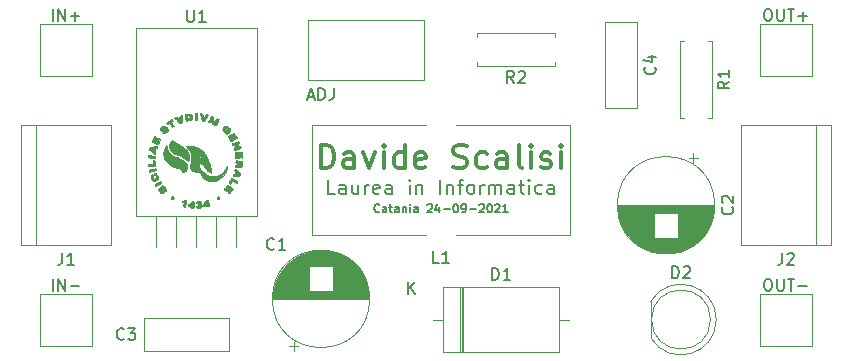
<source format=gbr>
%TF.GenerationSoftware,KiCad,Pcbnew,(5.1.10)-1*%
%TF.CreationDate,2021-09-01T14:56:24+02:00*%
%TF.ProjectId,Souvenir tesi,536f7576-656e-4697-9220-746573692e6b,rev?*%
%TF.SameCoordinates,Original*%
%TF.FileFunction,Legend,Top*%
%TF.FilePolarity,Positive*%
%FSLAX46Y46*%
G04 Gerber Fmt 4.6, Leading zero omitted, Abs format (unit mm)*
G04 Created by KiCad (PCBNEW (5.1.10)-1) date 2021-09-01 14:56:24*
%MOMM*%
%LPD*%
G01*
G04 APERTURE LIST*
%ADD10C,0.150000*%
%ADD11C,0.200000*%
%ADD12C,0.300000*%
%ADD13C,0.010000*%
%ADD14C,0.120000*%
G04 APERTURE END LIST*
D10*
X130673333Y-115312000D02*
X130640000Y-115345333D01*
X130540000Y-115378666D01*
X130473333Y-115378666D01*
X130373333Y-115345333D01*
X130306666Y-115278666D01*
X130273333Y-115212000D01*
X130240000Y-115078666D01*
X130240000Y-114978666D01*
X130273333Y-114845333D01*
X130306666Y-114778666D01*
X130373333Y-114712000D01*
X130473333Y-114678666D01*
X130540000Y-114678666D01*
X130640000Y-114712000D01*
X130673333Y-114745333D01*
X131273333Y-115378666D02*
X131273333Y-115012000D01*
X131240000Y-114945333D01*
X131173333Y-114912000D01*
X131040000Y-114912000D01*
X130973333Y-114945333D01*
X131273333Y-115345333D02*
X131206666Y-115378666D01*
X131040000Y-115378666D01*
X130973333Y-115345333D01*
X130940000Y-115278666D01*
X130940000Y-115212000D01*
X130973333Y-115145333D01*
X131040000Y-115112000D01*
X131206666Y-115112000D01*
X131273333Y-115078666D01*
X131506666Y-114912000D02*
X131773333Y-114912000D01*
X131606666Y-114678666D02*
X131606666Y-115278666D01*
X131640000Y-115345333D01*
X131706666Y-115378666D01*
X131773333Y-115378666D01*
X132306666Y-115378666D02*
X132306666Y-115012000D01*
X132273333Y-114945333D01*
X132206666Y-114912000D01*
X132073333Y-114912000D01*
X132006666Y-114945333D01*
X132306666Y-115345333D02*
X132240000Y-115378666D01*
X132073333Y-115378666D01*
X132006666Y-115345333D01*
X131973333Y-115278666D01*
X131973333Y-115212000D01*
X132006666Y-115145333D01*
X132073333Y-115112000D01*
X132240000Y-115112000D01*
X132306666Y-115078666D01*
X132640000Y-114912000D02*
X132640000Y-115378666D01*
X132640000Y-114978666D02*
X132673333Y-114945333D01*
X132740000Y-114912000D01*
X132840000Y-114912000D01*
X132906666Y-114945333D01*
X132940000Y-115012000D01*
X132940000Y-115378666D01*
X133273333Y-115378666D02*
X133273333Y-114912000D01*
X133273333Y-114678666D02*
X133240000Y-114712000D01*
X133273333Y-114745333D01*
X133306666Y-114712000D01*
X133273333Y-114678666D01*
X133273333Y-114745333D01*
X133906666Y-115378666D02*
X133906666Y-115012000D01*
X133873333Y-114945333D01*
X133806666Y-114912000D01*
X133673333Y-114912000D01*
X133606666Y-114945333D01*
X133906666Y-115345333D02*
X133840000Y-115378666D01*
X133673333Y-115378666D01*
X133606666Y-115345333D01*
X133573333Y-115278666D01*
X133573333Y-115212000D01*
X133606666Y-115145333D01*
X133673333Y-115112000D01*
X133840000Y-115112000D01*
X133906666Y-115078666D01*
X134740000Y-114745333D02*
X134773333Y-114712000D01*
X134840000Y-114678666D01*
X135006666Y-114678666D01*
X135073333Y-114712000D01*
X135106666Y-114745333D01*
X135140000Y-114812000D01*
X135140000Y-114878666D01*
X135106666Y-114978666D01*
X134706666Y-115378666D01*
X135140000Y-115378666D01*
X135740000Y-114912000D02*
X135740000Y-115378666D01*
X135573333Y-114645333D02*
X135406666Y-115145333D01*
X135840000Y-115145333D01*
X136106666Y-115112000D02*
X136640000Y-115112000D01*
X137106666Y-114678666D02*
X137173333Y-114678666D01*
X137240000Y-114712000D01*
X137273333Y-114745333D01*
X137306666Y-114812000D01*
X137340000Y-114945333D01*
X137340000Y-115112000D01*
X137306666Y-115245333D01*
X137273333Y-115312000D01*
X137240000Y-115345333D01*
X137173333Y-115378666D01*
X137106666Y-115378666D01*
X137040000Y-115345333D01*
X137006666Y-115312000D01*
X136973333Y-115245333D01*
X136940000Y-115112000D01*
X136940000Y-114945333D01*
X136973333Y-114812000D01*
X137006666Y-114745333D01*
X137040000Y-114712000D01*
X137106666Y-114678666D01*
X137673333Y-115378666D02*
X137806666Y-115378666D01*
X137873333Y-115345333D01*
X137906666Y-115312000D01*
X137973333Y-115212000D01*
X138006666Y-115078666D01*
X138006666Y-114812000D01*
X137973333Y-114745333D01*
X137940000Y-114712000D01*
X137873333Y-114678666D01*
X137740000Y-114678666D01*
X137673333Y-114712000D01*
X137640000Y-114745333D01*
X137606666Y-114812000D01*
X137606666Y-114978666D01*
X137640000Y-115045333D01*
X137673333Y-115078666D01*
X137740000Y-115112000D01*
X137873333Y-115112000D01*
X137940000Y-115078666D01*
X137973333Y-115045333D01*
X138006666Y-114978666D01*
X138306666Y-115112000D02*
X138840000Y-115112000D01*
X139140000Y-114745333D02*
X139173333Y-114712000D01*
X139240000Y-114678666D01*
X139406666Y-114678666D01*
X139473333Y-114712000D01*
X139506666Y-114745333D01*
X139540000Y-114812000D01*
X139540000Y-114878666D01*
X139506666Y-114978666D01*
X139106666Y-115378666D01*
X139540000Y-115378666D01*
X139973333Y-114678666D02*
X140040000Y-114678666D01*
X140106666Y-114712000D01*
X140140000Y-114745333D01*
X140173333Y-114812000D01*
X140206666Y-114945333D01*
X140206666Y-115112000D01*
X140173333Y-115245333D01*
X140140000Y-115312000D01*
X140106666Y-115345333D01*
X140040000Y-115378666D01*
X139973333Y-115378666D01*
X139906666Y-115345333D01*
X139873333Y-115312000D01*
X139840000Y-115245333D01*
X139806666Y-115112000D01*
X139806666Y-114945333D01*
X139840000Y-114812000D01*
X139873333Y-114745333D01*
X139906666Y-114712000D01*
X139973333Y-114678666D01*
X140473333Y-114745333D02*
X140506666Y-114712000D01*
X140573333Y-114678666D01*
X140740000Y-114678666D01*
X140806666Y-114712000D01*
X140840000Y-114745333D01*
X140873333Y-114812000D01*
X140873333Y-114878666D01*
X140840000Y-114978666D01*
X140440000Y-115378666D01*
X140873333Y-115378666D01*
X141540000Y-115378666D02*
X141140000Y-115378666D01*
X141340000Y-115378666D02*
X141340000Y-114678666D01*
X141273333Y-114778666D01*
X141206666Y-114845333D01*
X141140000Y-114878666D01*
D11*
X126890000Y-113826857D02*
X126318571Y-113826857D01*
X126318571Y-112626857D01*
X127804285Y-113826857D02*
X127804285Y-113198285D01*
X127747142Y-113084000D01*
X127632857Y-113026857D01*
X127404285Y-113026857D01*
X127290000Y-113084000D01*
X127804285Y-113769714D02*
X127690000Y-113826857D01*
X127404285Y-113826857D01*
X127290000Y-113769714D01*
X127232857Y-113655428D01*
X127232857Y-113541142D01*
X127290000Y-113426857D01*
X127404285Y-113369714D01*
X127690000Y-113369714D01*
X127804285Y-113312571D01*
X128890000Y-113026857D02*
X128890000Y-113826857D01*
X128375714Y-113026857D02*
X128375714Y-113655428D01*
X128432857Y-113769714D01*
X128547142Y-113826857D01*
X128718571Y-113826857D01*
X128832857Y-113769714D01*
X128890000Y-113712571D01*
X129461428Y-113826857D02*
X129461428Y-113026857D01*
X129461428Y-113255428D02*
X129518571Y-113141142D01*
X129575714Y-113084000D01*
X129690000Y-113026857D01*
X129804285Y-113026857D01*
X130661428Y-113769714D02*
X130547142Y-113826857D01*
X130318571Y-113826857D01*
X130204285Y-113769714D01*
X130147142Y-113655428D01*
X130147142Y-113198285D01*
X130204285Y-113084000D01*
X130318571Y-113026857D01*
X130547142Y-113026857D01*
X130661428Y-113084000D01*
X130718571Y-113198285D01*
X130718571Y-113312571D01*
X130147142Y-113426857D01*
X131747142Y-113826857D02*
X131747142Y-113198285D01*
X131690000Y-113084000D01*
X131575714Y-113026857D01*
X131347142Y-113026857D01*
X131232857Y-113084000D01*
X131747142Y-113769714D02*
X131632857Y-113826857D01*
X131347142Y-113826857D01*
X131232857Y-113769714D01*
X131175714Y-113655428D01*
X131175714Y-113541142D01*
X131232857Y-113426857D01*
X131347142Y-113369714D01*
X131632857Y-113369714D01*
X131747142Y-113312571D01*
X133232857Y-113826857D02*
X133232857Y-113026857D01*
X133232857Y-112626857D02*
X133175714Y-112684000D01*
X133232857Y-112741142D01*
X133290000Y-112684000D01*
X133232857Y-112626857D01*
X133232857Y-112741142D01*
X133804285Y-113026857D02*
X133804285Y-113826857D01*
X133804285Y-113141142D02*
X133861428Y-113084000D01*
X133975714Y-113026857D01*
X134147142Y-113026857D01*
X134261428Y-113084000D01*
X134318571Y-113198285D01*
X134318571Y-113826857D01*
X135804285Y-113826857D02*
X135804285Y-112626857D01*
X136375714Y-113026857D02*
X136375714Y-113826857D01*
X136375714Y-113141142D02*
X136432857Y-113084000D01*
X136547142Y-113026857D01*
X136718571Y-113026857D01*
X136832857Y-113084000D01*
X136890000Y-113198285D01*
X136890000Y-113826857D01*
X137290000Y-113026857D02*
X137747142Y-113026857D01*
X137461428Y-113826857D02*
X137461428Y-112798285D01*
X137518571Y-112684000D01*
X137632857Y-112626857D01*
X137747142Y-112626857D01*
X138318571Y-113826857D02*
X138204285Y-113769714D01*
X138147142Y-113712571D01*
X138090000Y-113598285D01*
X138090000Y-113255428D01*
X138147142Y-113141142D01*
X138204285Y-113084000D01*
X138318571Y-113026857D01*
X138490000Y-113026857D01*
X138604285Y-113084000D01*
X138661428Y-113141142D01*
X138718571Y-113255428D01*
X138718571Y-113598285D01*
X138661428Y-113712571D01*
X138604285Y-113769714D01*
X138490000Y-113826857D01*
X138318571Y-113826857D01*
X139232857Y-113826857D02*
X139232857Y-113026857D01*
X139232857Y-113255428D02*
X139290000Y-113141142D01*
X139347142Y-113084000D01*
X139461428Y-113026857D01*
X139575714Y-113026857D01*
X139975714Y-113826857D02*
X139975714Y-113026857D01*
X139975714Y-113141142D02*
X140032857Y-113084000D01*
X140147142Y-113026857D01*
X140318571Y-113026857D01*
X140432857Y-113084000D01*
X140490000Y-113198285D01*
X140490000Y-113826857D01*
X140490000Y-113198285D02*
X140547142Y-113084000D01*
X140661428Y-113026857D01*
X140832857Y-113026857D01*
X140947142Y-113084000D01*
X141004285Y-113198285D01*
X141004285Y-113826857D01*
X142090000Y-113826857D02*
X142090000Y-113198285D01*
X142032857Y-113084000D01*
X141918571Y-113026857D01*
X141690000Y-113026857D01*
X141575714Y-113084000D01*
X142090000Y-113769714D02*
X141975714Y-113826857D01*
X141690000Y-113826857D01*
X141575714Y-113769714D01*
X141518571Y-113655428D01*
X141518571Y-113541142D01*
X141575714Y-113426857D01*
X141690000Y-113369714D01*
X141975714Y-113369714D01*
X142090000Y-113312571D01*
X142490000Y-113026857D02*
X142947142Y-113026857D01*
X142661428Y-112626857D02*
X142661428Y-113655428D01*
X142718571Y-113769714D01*
X142832857Y-113826857D01*
X142947142Y-113826857D01*
X143347142Y-113826857D02*
X143347142Y-113026857D01*
X143347142Y-112626857D02*
X143290000Y-112684000D01*
X143347142Y-112741142D01*
X143404285Y-112684000D01*
X143347142Y-112626857D01*
X143347142Y-112741142D01*
X144432857Y-113769714D02*
X144318571Y-113826857D01*
X144090000Y-113826857D01*
X143975714Y-113769714D01*
X143918571Y-113712571D01*
X143861428Y-113598285D01*
X143861428Y-113255428D01*
X143918571Y-113141142D01*
X143975714Y-113084000D01*
X144090000Y-113026857D01*
X144318571Y-113026857D01*
X144432857Y-113084000D01*
X145461428Y-113826857D02*
X145461428Y-113198285D01*
X145404285Y-113084000D01*
X145290000Y-113026857D01*
X145061428Y-113026857D01*
X144947142Y-113084000D01*
X145461428Y-113769714D02*
X145347142Y-113826857D01*
X145061428Y-113826857D01*
X144947142Y-113769714D01*
X144890000Y-113655428D01*
X144890000Y-113541142D01*
X144947142Y-113426857D01*
X145061428Y-113369714D01*
X145347142Y-113369714D01*
X145461428Y-113312571D01*
D12*
X125699523Y-111648761D02*
X125699523Y-109648761D01*
X126175714Y-109648761D01*
X126461428Y-109744000D01*
X126651904Y-109934476D01*
X126747142Y-110124952D01*
X126842380Y-110505904D01*
X126842380Y-110791619D01*
X126747142Y-111172571D01*
X126651904Y-111363047D01*
X126461428Y-111553523D01*
X126175714Y-111648761D01*
X125699523Y-111648761D01*
X128556666Y-111648761D02*
X128556666Y-110601142D01*
X128461428Y-110410666D01*
X128270952Y-110315428D01*
X127890000Y-110315428D01*
X127699523Y-110410666D01*
X128556666Y-111553523D02*
X128366190Y-111648761D01*
X127890000Y-111648761D01*
X127699523Y-111553523D01*
X127604285Y-111363047D01*
X127604285Y-111172571D01*
X127699523Y-110982095D01*
X127890000Y-110886857D01*
X128366190Y-110886857D01*
X128556666Y-110791619D01*
X129318571Y-110315428D02*
X129794761Y-111648761D01*
X130270952Y-110315428D01*
X131032857Y-111648761D02*
X131032857Y-110315428D01*
X131032857Y-109648761D02*
X130937619Y-109744000D01*
X131032857Y-109839238D01*
X131128095Y-109744000D01*
X131032857Y-109648761D01*
X131032857Y-109839238D01*
X132842380Y-111648761D02*
X132842380Y-109648761D01*
X132842380Y-111553523D02*
X132651904Y-111648761D01*
X132270952Y-111648761D01*
X132080476Y-111553523D01*
X131985238Y-111458285D01*
X131890000Y-111267809D01*
X131890000Y-110696380D01*
X131985238Y-110505904D01*
X132080476Y-110410666D01*
X132270952Y-110315428D01*
X132651904Y-110315428D01*
X132842380Y-110410666D01*
X134556666Y-111553523D02*
X134366190Y-111648761D01*
X133985238Y-111648761D01*
X133794761Y-111553523D01*
X133699523Y-111363047D01*
X133699523Y-110601142D01*
X133794761Y-110410666D01*
X133985238Y-110315428D01*
X134366190Y-110315428D01*
X134556666Y-110410666D01*
X134651904Y-110601142D01*
X134651904Y-110791619D01*
X133699523Y-110982095D01*
X136937619Y-111553523D02*
X137223333Y-111648761D01*
X137699523Y-111648761D01*
X137890000Y-111553523D01*
X137985238Y-111458285D01*
X138080476Y-111267809D01*
X138080476Y-111077333D01*
X137985238Y-110886857D01*
X137890000Y-110791619D01*
X137699523Y-110696380D01*
X137318571Y-110601142D01*
X137128095Y-110505904D01*
X137032857Y-110410666D01*
X136937619Y-110220190D01*
X136937619Y-110029714D01*
X137032857Y-109839238D01*
X137128095Y-109744000D01*
X137318571Y-109648761D01*
X137794761Y-109648761D01*
X138080476Y-109744000D01*
X139794761Y-111553523D02*
X139604285Y-111648761D01*
X139223333Y-111648761D01*
X139032857Y-111553523D01*
X138937619Y-111458285D01*
X138842380Y-111267809D01*
X138842380Y-110696380D01*
X138937619Y-110505904D01*
X139032857Y-110410666D01*
X139223333Y-110315428D01*
X139604285Y-110315428D01*
X139794761Y-110410666D01*
X141509047Y-111648761D02*
X141509047Y-110601142D01*
X141413809Y-110410666D01*
X141223333Y-110315428D01*
X140842380Y-110315428D01*
X140651904Y-110410666D01*
X141509047Y-111553523D02*
X141318571Y-111648761D01*
X140842380Y-111648761D01*
X140651904Y-111553523D01*
X140556666Y-111363047D01*
X140556666Y-111172571D01*
X140651904Y-110982095D01*
X140842380Y-110886857D01*
X141318571Y-110886857D01*
X141509047Y-110791619D01*
X142747142Y-111648761D02*
X142556666Y-111553523D01*
X142461428Y-111363047D01*
X142461428Y-109648761D01*
X143509047Y-111648761D02*
X143509047Y-110315428D01*
X143509047Y-109648761D02*
X143413809Y-109744000D01*
X143509047Y-109839238D01*
X143604285Y-109744000D01*
X143509047Y-109648761D01*
X143509047Y-109839238D01*
X144366190Y-111553523D02*
X144556666Y-111648761D01*
X144937619Y-111648761D01*
X145128095Y-111553523D01*
X145223333Y-111363047D01*
X145223333Y-111267809D01*
X145128095Y-111077333D01*
X144937619Y-110982095D01*
X144651904Y-110982095D01*
X144461428Y-110886857D01*
X144366190Y-110696380D01*
X144366190Y-110601142D01*
X144461428Y-110410666D01*
X144651904Y-110315428D01*
X144937619Y-110315428D01*
X145128095Y-110410666D01*
X146080476Y-111648761D02*
X146080476Y-110315428D01*
X146080476Y-109648761D02*
X145985238Y-109744000D01*
X146080476Y-109839238D01*
X146175714Y-109744000D01*
X146080476Y-109648761D01*
X146080476Y-109839238D01*
D13*
%TO.C,G\u002A\u002A\u002A*%
G36*
X115184469Y-106975392D02*
G01*
X115210617Y-106981622D01*
X115258451Y-106993628D01*
X115247615Y-107549462D01*
X115164398Y-107555478D01*
X115100561Y-107553763D01*
X115072690Y-107536787D01*
X115072374Y-107535940D01*
X115070108Y-107507800D01*
X115070095Y-107448706D01*
X115072194Y-107366708D01*
X115076264Y-107269855D01*
X115077437Y-107246835D01*
X115083995Y-107134250D01*
X115091591Y-107055521D01*
X115102831Y-107005459D01*
X115120320Y-106978876D01*
X115146664Y-106970584D01*
X115184469Y-106975392D01*
G37*
X115184469Y-106975392D02*
X115210617Y-106981622D01*
X115258451Y-106993628D01*
X115247615Y-107549462D01*
X115164398Y-107555478D01*
X115100561Y-107553763D01*
X115072690Y-107536787D01*
X115072374Y-107535940D01*
X115070108Y-107507800D01*
X115070095Y-107448706D01*
X115072194Y-107366708D01*
X115076264Y-107269855D01*
X115077437Y-107246835D01*
X115083995Y-107134250D01*
X115091591Y-107055521D01*
X115102831Y-107005459D01*
X115120320Y-106978876D01*
X115146664Y-106970584D01*
X115184469Y-106975392D01*
G36*
X115574885Y-107005625D02*
G01*
X115629952Y-107018169D01*
X115666740Y-107036047D01*
X115690633Y-107067148D01*
X115707014Y-107119360D01*
X115721267Y-107200572D01*
X115725023Y-107225619D01*
X115737707Y-107303031D01*
X115749876Y-107363192D01*
X115759686Y-107397566D01*
X115763224Y-107402416D01*
X115777864Y-107386582D01*
X115807268Y-107344515D01*
X115846378Y-107283658D01*
X115869447Y-107246109D01*
X115913177Y-107178088D01*
X115952106Y-107125121D01*
X115980469Y-107094713D01*
X115989120Y-107090308D01*
X116044502Y-107095726D01*
X116095954Y-107109153D01*
X116130005Y-107126346D01*
X116136480Y-107136712D01*
X116126253Y-107160143D01*
X116098218Y-107209724D01*
X116056193Y-107279057D01*
X116003997Y-107361744D01*
X115980531Y-107398038D01*
X115918091Y-107493211D01*
X115871352Y-107559883D01*
X115834714Y-107602314D01*
X115802575Y-107624763D01*
X115769334Y-107631489D01*
X115729390Y-107626752D01*
X115691124Y-107618111D01*
X115645572Y-107605861D01*
X115620463Y-107596349D01*
X115619638Y-107595688D01*
X115612372Y-107573597D01*
X115600037Y-107521562D01*
X115584303Y-107448131D01*
X115566834Y-107361853D01*
X115549300Y-107271275D01*
X115533367Y-107184945D01*
X115520702Y-107111412D01*
X115512972Y-107059224D01*
X115511385Y-107040658D01*
X115515558Y-107009329D01*
X115535815Y-107000355D01*
X115574885Y-107005625D01*
G37*
X115574885Y-107005625D02*
X115629952Y-107018169D01*
X115666740Y-107036047D01*
X115690633Y-107067148D01*
X115707014Y-107119360D01*
X115721267Y-107200572D01*
X115725023Y-107225619D01*
X115737707Y-107303031D01*
X115749876Y-107363192D01*
X115759686Y-107397566D01*
X115763224Y-107402416D01*
X115777864Y-107386582D01*
X115807268Y-107344515D01*
X115846378Y-107283658D01*
X115869447Y-107246109D01*
X115913177Y-107178088D01*
X115952106Y-107125121D01*
X115980469Y-107094713D01*
X115989120Y-107090308D01*
X116044502Y-107095726D01*
X116095954Y-107109153D01*
X116130005Y-107126346D01*
X116136480Y-107136712D01*
X116126253Y-107160143D01*
X116098218Y-107209724D01*
X116056193Y-107279057D01*
X116003997Y-107361744D01*
X115980531Y-107398038D01*
X115918091Y-107493211D01*
X115871352Y-107559883D01*
X115834714Y-107602314D01*
X115802575Y-107624763D01*
X115769334Y-107631489D01*
X115729390Y-107626752D01*
X115691124Y-107618111D01*
X115645572Y-107605861D01*
X115620463Y-107596349D01*
X115619638Y-107595688D01*
X115612372Y-107573597D01*
X115600037Y-107521562D01*
X115584303Y-107448131D01*
X115566834Y-107361853D01*
X115549300Y-107271275D01*
X115533367Y-107184945D01*
X115520702Y-107111412D01*
X115512972Y-107059224D01*
X115511385Y-107040658D01*
X115515558Y-107009329D01*
X115535815Y-107000355D01*
X115574885Y-107005625D01*
G36*
X114664740Y-107037901D02*
G01*
X114700177Y-107048568D01*
X114726698Y-107062248D01*
X114793268Y-107123473D01*
X114834317Y-107210563D01*
X114847004Y-107308184D01*
X114829828Y-107407989D01*
X114778831Y-107488711D01*
X114694525Y-107549927D01*
X114577420Y-107591212D01*
X114485615Y-107606966D01*
X114414399Y-107616194D01*
X114353336Y-107625585D01*
X114324605Y-107631136D01*
X114284955Y-107629551D01*
X114272171Y-107615034D01*
X114261860Y-107570557D01*
X114250743Y-107501832D01*
X114239695Y-107417594D01*
X114229594Y-107326581D01*
X114221314Y-107237532D01*
X114218175Y-107193468D01*
X114394777Y-107193468D01*
X114407417Y-107293311D01*
X114418646Y-107375593D01*
X114429860Y-107425866D01*
X114445541Y-107450934D01*
X114470174Y-107457604D01*
X114508239Y-107452684D01*
X114511932Y-107452006D01*
X114573263Y-107431615D01*
X114624889Y-107400078D01*
X114627269Y-107397935D01*
X114664663Y-107341528D01*
X114664319Y-107280400D01*
X114626348Y-107219556D01*
X114623273Y-107216420D01*
X114585794Y-107184070D01*
X114549307Y-107170797D01*
X114498881Y-107173412D01*
X114457293Y-107180965D01*
X114394777Y-107193468D01*
X114218175Y-107193468D01*
X114215731Y-107159183D01*
X114213722Y-107100272D01*
X114216163Y-107069535D01*
X114217281Y-107067519D01*
X114243432Y-107058949D01*
X114299813Y-107050185D01*
X114377597Y-107042362D01*
X114450784Y-107037468D01*
X114549039Y-107033159D01*
X114617359Y-107033034D01*
X114664740Y-107037901D01*
G37*
X114664740Y-107037901D02*
X114700177Y-107048568D01*
X114726698Y-107062248D01*
X114793268Y-107123473D01*
X114834317Y-107210563D01*
X114847004Y-107308184D01*
X114829828Y-107407989D01*
X114778831Y-107488711D01*
X114694525Y-107549927D01*
X114577420Y-107591212D01*
X114485615Y-107606966D01*
X114414399Y-107616194D01*
X114353336Y-107625585D01*
X114324605Y-107631136D01*
X114284955Y-107629551D01*
X114272171Y-107615034D01*
X114261860Y-107570557D01*
X114250743Y-107501832D01*
X114239695Y-107417594D01*
X114229594Y-107326581D01*
X114221314Y-107237532D01*
X114218175Y-107193468D01*
X114394777Y-107193468D01*
X114407417Y-107293311D01*
X114418646Y-107375593D01*
X114429860Y-107425866D01*
X114445541Y-107450934D01*
X114470174Y-107457604D01*
X114508239Y-107452684D01*
X114511932Y-107452006D01*
X114573263Y-107431615D01*
X114624889Y-107400078D01*
X114627269Y-107397935D01*
X114664663Y-107341528D01*
X114664319Y-107280400D01*
X114626348Y-107219556D01*
X114623273Y-107216420D01*
X114585794Y-107184070D01*
X114549307Y-107170797D01*
X114498881Y-107173412D01*
X114457293Y-107180965D01*
X114394777Y-107193468D01*
X114218175Y-107193468D01*
X114215731Y-107159183D01*
X114213722Y-107100272D01*
X114216163Y-107069535D01*
X114217281Y-107067519D01*
X114243432Y-107058949D01*
X114299813Y-107050185D01*
X114377597Y-107042362D01*
X114450784Y-107037468D01*
X114549039Y-107033159D01*
X114617359Y-107033034D01*
X114664740Y-107037901D01*
G36*
X113934742Y-107147080D02*
G01*
X113939380Y-107171185D01*
X113941663Y-107227094D01*
X113941543Y-107307606D01*
X113938971Y-107405517D01*
X113936797Y-107457761D01*
X113923065Y-107752655D01*
X113847368Y-107782943D01*
X113793859Y-107802096D01*
X113753638Y-107812566D01*
X113746800Y-107813231D01*
X113725395Y-107799607D01*
X113682967Y-107762074D01*
X113624773Y-107705643D01*
X113556074Y-107635323D01*
X113520204Y-107597350D01*
X113450722Y-107522120D01*
X113392546Y-107457453D01*
X113350101Y-107408408D01*
X113327817Y-107380040D01*
X113325662Y-107375143D01*
X113356516Y-107356020D01*
X113404354Y-107333060D01*
X113452185Y-107313759D01*
X113483022Y-107305610D01*
X113483299Y-107305611D01*
X113506359Y-107319871D01*
X113546991Y-107357776D01*
X113598237Y-107412554D01*
X113625923Y-107444457D01*
X113743154Y-107582922D01*
X113748761Y-107393951D01*
X113754369Y-107204981D01*
X113836662Y-107168137D01*
X113888745Y-107149334D01*
X113926108Y-107144039D01*
X113934742Y-107147080D01*
G37*
X113934742Y-107147080D02*
X113939380Y-107171185D01*
X113941663Y-107227094D01*
X113941543Y-107307606D01*
X113938971Y-107405517D01*
X113936797Y-107457761D01*
X113923065Y-107752655D01*
X113847368Y-107782943D01*
X113793859Y-107802096D01*
X113753638Y-107812566D01*
X113746800Y-107813231D01*
X113725395Y-107799607D01*
X113682967Y-107762074D01*
X113624773Y-107705643D01*
X113556074Y-107635323D01*
X113520204Y-107597350D01*
X113450722Y-107522120D01*
X113392546Y-107457453D01*
X113350101Y-107408408D01*
X113327817Y-107380040D01*
X113325662Y-107375143D01*
X113356516Y-107356020D01*
X113404354Y-107333060D01*
X113452185Y-107313759D01*
X113483022Y-107305610D01*
X113483299Y-107305611D01*
X113506359Y-107319871D01*
X113546991Y-107357776D01*
X113598237Y-107412554D01*
X113625923Y-107444457D01*
X113743154Y-107582922D01*
X113748761Y-107393951D01*
X113754369Y-107204981D01*
X113836662Y-107168137D01*
X113888745Y-107149334D01*
X113926108Y-107144039D01*
X113934742Y-107147080D01*
G36*
X116459014Y-107215843D02*
G01*
X116507286Y-107236753D01*
X116529271Y-107247578D01*
X116607755Y-107287617D01*
X116594200Y-107472270D01*
X116589090Y-107569737D01*
X116590585Y-107631586D01*
X116598640Y-107656463D01*
X116600468Y-107656923D01*
X116623286Y-107645086D01*
X116667920Y-107613358D01*
X116726630Y-107567409D01*
X116759196Y-107540582D01*
X116898102Y-107424241D01*
X116971628Y-107454471D01*
X117022051Y-107477123D01*
X117056232Y-107495949D01*
X117060709Y-107499421D01*
X117058422Y-107521421D01*
X117041463Y-107571718D01*
X117012442Y-107643558D01*
X116973970Y-107730192D01*
X116959409Y-107761378D01*
X116908283Y-107867062D01*
X116868515Y-107940597D01*
X116836095Y-107985762D01*
X116807010Y-108006335D01*
X116777250Y-108006094D01*
X116742802Y-107988818D01*
X116728312Y-107979037D01*
X116686082Y-107949458D01*
X116733487Y-107842268D01*
X116756766Y-107785925D01*
X116769674Y-107747101D01*
X116769990Y-107735077D01*
X116750538Y-107746722D01*
X116710570Y-107777102D01*
X116663990Y-107815264D01*
X116609243Y-107859045D01*
X116571724Y-107880371D01*
X116540414Y-107883793D01*
X116513946Y-107877201D01*
X116485377Y-107865437D01*
X116468433Y-107847427D01*
X116459470Y-107813620D01*
X116454839Y-107754468D01*
X116453247Y-107718244D01*
X116448104Y-107649444D01*
X116439976Y-107603564D01*
X116430287Y-107588330D01*
X116429380Y-107588731D01*
X116411358Y-107612006D01*
X116386078Y-107658454D01*
X116372732Y-107687040D01*
X116337104Y-107748514D01*
X116297947Y-107773002D01*
X116249828Y-107762546D01*
X116220117Y-107744439D01*
X116177692Y-107714723D01*
X116232795Y-107593016D01*
X116291853Y-107463264D01*
X116337335Y-107365239D01*
X116371328Y-107294869D01*
X116395918Y-107248080D01*
X116413191Y-107220799D01*
X116425235Y-107208952D01*
X116430247Y-107207538D01*
X116459014Y-107215843D01*
G37*
X116459014Y-107215843D02*
X116507286Y-107236753D01*
X116529271Y-107247578D01*
X116607755Y-107287617D01*
X116594200Y-107472270D01*
X116589090Y-107569737D01*
X116590585Y-107631586D01*
X116598640Y-107656463D01*
X116600468Y-107656923D01*
X116623286Y-107645086D01*
X116667920Y-107613358D01*
X116726630Y-107567409D01*
X116759196Y-107540582D01*
X116898102Y-107424241D01*
X116971628Y-107454471D01*
X117022051Y-107477123D01*
X117056232Y-107495949D01*
X117060709Y-107499421D01*
X117058422Y-107521421D01*
X117041463Y-107571718D01*
X117012442Y-107643558D01*
X116973970Y-107730192D01*
X116959409Y-107761378D01*
X116908283Y-107867062D01*
X116868515Y-107940597D01*
X116836095Y-107985762D01*
X116807010Y-108006335D01*
X116777250Y-108006094D01*
X116742802Y-107988818D01*
X116728312Y-107979037D01*
X116686082Y-107949458D01*
X116733487Y-107842268D01*
X116756766Y-107785925D01*
X116769674Y-107747101D01*
X116769990Y-107735077D01*
X116750538Y-107746722D01*
X116710570Y-107777102D01*
X116663990Y-107815264D01*
X116609243Y-107859045D01*
X116571724Y-107880371D01*
X116540414Y-107883793D01*
X116513946Y-107877201D01*
X116485377Y-107865437D01*
X116468433Y-107847427D01*
X116459470Y-107813620D01*
X116454839Y-107754468D01*
X116453247Y-107718244D01*
X116448104Y-107649444D01*
X116439976Y-107603564D01*
X116430287Y-107588330D01*
X116429380Y-107588731D01*
X116411358Y-107612006D01*
X116386078Y-107658454D01*
X116372732Y-107687040D01*
X116337104Y-107748514D01*
X116297947Y-107773002D01*
X116249828Y-107762546D01*
X116220117Y-107744439D01*
X116177692Y-107714723D01*
X116232795Y-107593016D01*
X116291853Y-107463264D01*
X116337335Y-107365239D01*
X116371328Y-107294869D01*
X116395918Y-107248080D01*
X116413191Y-107220799D01*
X116425235Y-107208952D01*
X116430247Y-107207538D01*
X116459014Y-107215843D01*
G36*
X113120386Y-107515968D02*
G01*
X113150329Y-107553284D01*
X113152479Y-107556838D01*
X113185691Y-107613062D01*
X113106263Y-107665624D01*
X113055170Y-107706509D01*
X113036482Y-107738962D01*
X113037550Y-107746109D01*
X113052837Y-107774159D01*
X113084545Y-107825294D01*
X113126951Y-107890401D01*
X113146594Y-107919749D01*
X113190092Y-107985151D01*
X113223739Y-108037530D01*
X113242585Y-108069098D01*
X113244923Y-108074524D01*
X113230040Y-108089302D01*
X113194464Y-108114213D01*
X113151808Y-108140674D01*
X113115682Y-108160103D01*
X113101558Y-108164923D01*
X113086322Y-108149740D01*
X113055173Y-108109001D01*
X113013483Y-108049923D01*
X112988855Y-108013500D01*
X112943043Y-107945363D01*
X112904611Y-107889264D01*
X112879229Y-107853433D01*
X112873213Y-107845700D01*
X112850097Y-107846158D01*
X112807000Y-107865224D01*
X112775854Y-107884031D01*
X112693185Y-107938739D01*
X112656439Y-107893359D01*
X112629850Y-107853007D01*
X112619692Y-107823850D01*
X112635110Y-107805243D01*
X112676591Y-107770935D01*
X112736980Y-107725804D01*
X112809119Y-107674727D01*
X112885853Y-107622580D01*
X112960024Y-107574241D01*
X113024476Y-107534586D01*
X113072053Y-107508492D01*
X113094031Y-107500615D01*
X113120386Y-107515968D01*
G37*
X113120386Y-107515968D02*
X113150329Y-107553284D01*
X113152479Y-107556838D01*
X113185691Y-107613062D01*
X113106263Y-107665624D01*
X113055170Y-107706509D01*
X113036482Y-107738962D01*
X113037550Y-107746109D01*
X113052837Y-107774159D01*
X113084545Y-107825294D01*
X113126951Y-107890401D01*
X113146594Y-107919749D01*
X113190092Y-107985151D01*
X113223739Y-108037530D01*
X113242585Y-108069098D01*
X113244923Y-108074524D01*
X113230040Y-108089302D01*
X113194464Y-108114213D01*
X113151808Y-108140674D01*
X113115682Y-108160103D01*
X113101558Y-108164923D01*
X113086322Y-108149740D01*
X113055173Y-108109001D01*
X113013483Y-108049923D01*
X112988855Y-108013500D01*
X112943043Y-107945363D01*
X112904611Y-107889264D01*
X112879229Y-107853433D01*
X112873213Y-107845700D01*
X112850097Y-107846158D01*
X112807000Y-107865224D01*
X112775854Y-107884031D01*
X112693185Y-107938739D01*
X112656439Y-107893359D01*
X112629850Y-107853007D01*
X112619692Y-107823850D01*
X112635110Y-107805243D01*
X112676591Y-107770935D01*
X112736980Y-107725804D01*
X112809119Y-107674727D01*
X112885853Y-107622580D01*
X112960024Y-107574241D01*
X113024476Y-107534586D01*
X113072053Y-107508492D01*
X113094031Y-107500615D01*
X113120386Y-107515968D01*
G36*
X112498835Y-108046757D02*
G01*
X112528882Y-108066703D01*
X112531123Y-108092432D01*
X112510803Y-108129916D01*
X112477142Y-108168180D01*
X112439364Y-108196245D01*
X112413528Y-108204000D01*
X112375891Y-108216589D01*
X112330390Y-108247065D01*
X112290299Y-108284497D01*
X112268887Y-108317949D01*
X112268000Y-108323895D01*
X112280068Y-108339838D01*
X112317245Y-108330920D01*
X112380993Y-108296603D01*
X112434077Y-108262615D01*
X112529674Y-108208204D01*
X112607755Y-108185590D01*
X112672853Y-108194307D01*
X112728042Y-108232420D01*
X112769537Y-108298161D01*
X112774846Y-108373768D01*
X112744708Y-108456318D01*
X112679864Y-108542889D01*
X112639474Y-108582456D01*
X112543297Y-108654407D01*
X112455500Y-108689217D01*
X112376837Y-108686660D01*
X112341269Y-108671358D01*
X112312947Y-108643856D01*
X112307077Y-108626512D01*
X112323440Y-108589285D01*
X112363267Y-108551471D01*
X112412668Y-108523952D01*
X112447355Y-108516615D01*
X112501382Y-108503516D01*
X112553403Y-108471008D01*
X112590299Y-108429279D01*
X112600154Y-108397966D01*
X112597035Y-108371920D01*
X112583625Y-108363729D01*
X112553841Y-108374882D01*
X112501601Y-108406863D01*
X112465523Y-108430885D01*
X112360304Y-108489491D01*
X112270768Y-108513228D01*
X112197487Y-108502012D01*
X112159762Y-108476809D01*
X112121569Y-108422027D01*
X112111692Y-108358421D01*
X112126427Y-108284431D01*
X112166075Y-108212299D01*
X112223802Y-108146804D01*
X112292775Y-108092723D01*
X112366161Y-108054837D01*
X112437126Y-108037922D01*
X112498835Y-108046757D01*
G37*
X112498835Y-108046757D02*
X112528882Y-108066703D01*
X112531123Y-108092432D01*
X112510803Y-108129916D01*
X112477142Y-108168180D01*
X112439364Y-108196245D01*
X112413528Y-108204000D01*
X112375891Y-108216589D01*
X112330390Y-108247065D01*
X112290299Y-108284497D01*
X112268887Y-108317949D01*
X112268000Y-108323895D01*
X112280068Y-108339838D01*
X112317245Y-108330920D01*
X112380993Y-108296603D01*
X112434077Y-108262615D01*
X112529674Y-108208204D01*
X112607755Y-108185590D01*
X112672853Y-108194307D01*
X112728042Y-108232420D01*
X112769537Y-108298161D01*
X112774846Y-108373768D01*
X112744708Y-108456318D01*
X112679864Y-108542889D01*
X112639474Y-108582456D01*
X112543297Y-108654407D01*
X112455500Y-108689217D01*
X112376837Y-108686660D01*
X112341269Y-108671358D01*
X112312947Y-108643856D01*
X112307077Y-108626512D01*
X112323440Y-108589285D01*
X112363267Y-108551471D01*
X112412668Y-108523952D01*
X112447355Y-108516615D01*
X112501382Y-108503516D01*
X112553403Y-108471008D01*
X112590299Y-108429279D01*
X112600154Y-108397966D01*
X112597035Y-108371920D01*
X112583625Y-108363729D01*
X112553841Y-108374882D01*
X112501601Y-108406863D01*
X112465523Y-108430885D01*
X112360304Y-108489491D01*
X112270768Y-108513228D01*
X112197487Y-108502012D01*
X112159762Y-108476809D01*
X112121569Y-108422027D01*
X112111692Y-108358421D01*
X112126427Y-108284431D01*
X112166075Y-108212299D01*
X112223802Y-108146804D01*
X112292775Y-108092723D01*
X112366161Y-108054837D01*
X112437126Y-108037922D01*
X112498835Y-108046757D01*
G36*
X117719422Y-108056767D02*
G01*
X117809586Y-108087076D01*
X117896080Y-108140493D01*
X117968419Y-108211053D01*
X118003537Y-108264545D01*
X118022859Y-108323768D01*
X118030866Y-108394363D01*
X118026717Y-108459017D01*
X118014667Y-108493929D01*
X117991920Y-108499857D01*
X117955809Y-108482009D01*
X117915466Y-108448559D01*
X117880026Y-108407681D01*
X117858620Y-108367550D01*
X117856000Y-108351920D01*
X117839130Y-108301701D01*
X117797495Y-108256003D01*
X117744560Y-108227449D01*
X117719041Y-108223538D01*
X117674631Y-108236676D01*
X117625497Y-108268995D01*
X117617723Y-108276040D01*
X117572039Y-108338590D01*
X117564836Y-108402869D01*
X117596193Y-108470344D01*
X117630813Y-108510259D01*
X117677288Y-108549276D01*
X117711071Y-108564931D01*
X117726493Y-108557921D01*
X117717884Y-108528946D01*
X117699241Y-108501835D01*
X117659025Y-108450709D01*
X117758015Y-108351719D01*
X117855854Y-108448087D01*
X117904471Y-108498573D01*
X117939496Y-108539903D01*
X117953662Y-108563468D01*
X117953692Y-108563987D01*
X117939780Y-108591520D01*
X117904739Y-108633024D01*
X117858614Y-108678903D01*
X117811449Y-108719566D01*
X117773288Y-108745416D01*
X117759124Y-108749838D01*
X117718174Y-108741839D01*
X117681203Y-108729511D01*
X117592717Y-108678698D01*
X117511721Y-108604406D01*
X117445566Y-108516285D01*
X117401603Y-108423987D01*
X117387077Y-108343399D01*
X117405170Y-108255142D01*
X117454030Y-108172518D01*
X117525530Y-108104923D01*
X117611541Y-108061755D01*
X117636075Y-108055531D01*
X117719422Y-108056767D01*
G37*
X117719422Y-108056767D02*
X117809586Y-108087076D01*
X117896080Y-108140493D01*
X117968419Y-108211053D01*
X118003537Y-108264545D01*
X118022859Y-108323768D01*
X118030866Y-108394363D01*
X118026717Y-108459017D01*
X118014667Y-108493929D01*
X117991920Y-108499857D01*
X117955809Y-108482009D01*
X117915466Y-108448559D01*
X117880026Y-108407681D01*
X117858620Y-108367550D01*
X117856000Y-108351920D01*
X117839130Y-108301701D01*
X117797495Y-108256003D01*
X117744560Y-108227449D01*
X117719041Y-108223538D01*
X117674631Y-108236676D01*
X117625497Y-108268995D01*
X117617723Y-108276040D01*
X117572039Y-108338590D01*
X117564836Y-108402869D01*
X117596193Y-108470344D01*
X117630813Y-108510259D01*
X117677288Y-108549276D01*
X117711071Y-108564931D01*
X117726493Y-108557921D01*
X117717884Y-108528946D01*
X117699241Y-108501835D01*
X117659025Y-108450709D01*
X117758015Y-108351719D01*
X117855854Y-108448087D01*
X117904471Y-108498573D01*
X117939496Y-108539903D01*
X117953662Y-108563468D01*
X117953692Y-108563987D01*
X117939780Y-108591520D01*
X117904739Y-108633024D01*
X117858614Y-108678903D01*
X117811449Y-108719566D01*
X117773288Y-108745416D01*
X117759124Y-108749838D01*
X117718174Y-108741839D01*
X117681203Y-108729511D01*
X117592717Y-108678698D01*
X117511721Y-108604406D01*
X117445566Y-108516285D01*
X117401603Y-108423987D01*
X117387077Y-108343399D01*
X117405170Y-108255142D01*
X117454030Y-108172518D01*
X117525530Y-108104923D01*
X117611541Y-108061755D01*
X117636075Y-108055531D01*
X117719422Y-108056767D01*
G36*
X118338380Y-108668802D02*
G01*
X118364716Y-108705595D01*
X118365674Y-108707239D01*
X118389956Y-108748031D01*
X118428149Y-108810851D01*
X118473473Y-108884575D01*
X118491745Y-108914086D01*
X118586835Y-109067326D01*
X118538917Y-109104151D01*
X118501538Y-109130230D01*
X118478699Y-109141409D01*
X118478641Y-109141412D01*
X118462898Y-109126424D01*
X118432315Y-109086317D01*
X118392866Y-109029042D01*
X118383538Y-109014846D01*
X118340934Y-108954472D01*
X118303080Y-108909654D01*
X118276996Y-108888517D01*
X118273782Y-108887846D01*
X118253577Y-108892135D01*
X118250188Y-108908941D01*
X118265370Y-108944175D01*
X118300878Y-109003749D01*
X118314654Y-109025521D01*
X118349942Y-109084298D01*
X118374671Y-109131944D01*
X118383038Y-109156050D01*
X118369565Y-109183087D01*
X118337471Y-109210236D01*
X118300749Y-109228808D01*
X118273394Y-109230115D01*
X118269525Y-109226526D01*
X118252512Y-109200497D01*
X118221578Y-109152989D01*
X118191002Y-109105956D01*
X118147214Y-109047288D01*
X118109464Y-109012501D01*
X118082490Y-109004571D01*
X118071033Y-109026474D01*
X118070923Y-109030559D01*
X118080803Y-109060485D01*
X118106137Y-109109676D01*
X118127461Y-109145193D01*
X118175141Y-109221057D01*
X118203541Y-109270989D01*
X118214219Y-109302116D01*
X118208735Y-109321562D01*
X118188648Y-109336451D01*
X118171316Y-109345604D01*
X118130030Y-109363593D01*
X118104857Y-109360094D01*
X118084968Y-109341390D01*
X118056427Y-109304240D01*
X118018012Y-109247570D01*
X117974563Y-109179413D01*
X117930923Y-109107800D01*
X117891934Y-109040762D01*
X117862439Y-108986330D01*
X117847279Y-108952536D01*
X117846549Y-108945946D01*
X117866302Y-108929855D01*
X117911844Y-108898753D01*
X117975626Y-108857325D01*
X118050099Y-108810253D01*
X118127714Y-108762221D01*
X118200920Y-108717913D01*
X118262169Y-108682014D01*
X118303912Y-108659205D01*
X118317911Y-108653508D01*
X118338380Y-108668802D01*
G37*
X118338380Y-108668802D02*
X118364716Y-108705595D01*
X118365674Y-108707239D01*
X118389956Y-108748031D01*
X118428149Y-108810851D01*
X118473473Y-108884575D01*
X118491745Y-108914086D01*
X118586835Y-109067326D01*
X118538917Y-109104151D01*
X118501538Y-109130230D01*
X118478699Y-109141409D01*
X118478641Y-109141412D01*
X118462898Y-109126424D01*
X118432315Y-109086317D01*
X118392866Y-109029042D01*
X118383538Y-109014846D01*
X118340934Y-108954472D01*
X118303080Y-108909654D01*
X118276996Y-108888517D01*
X118273782Y-108887846D01*
X118253577Y-108892135D01*
X118250188Y-108908941D01*
X118265370Y-108944175D01*
X118300878Y-109003749D01*
X118314654Y-109025521D01*
X118349942Y-109084298D01*
X118374671Y-109131944D01*
X118383038Y-109156050D01*
X118369565Y-109183087D01*
X118337471Y-109210236D01*
X118300749Y-109228808D01*
X118273394Y-109230115D01*
X118269525Y-109226526D01*
X118252512Y-109200497D01*
X118221578Y-109152989D01*
X118191002Y-109105956D01*
X118147214Y-109047288D01*
X118109464Y-109012501D01*
X118082490Y-109004571D01*
X118071033Y-109026474D01*
X118070923Y-109030559D01*
X118080803Y-109060485D01*
X118106137Y-109109676D01*
X118127461Y-109145193D01*
X118175141Y-109221057D01*
X118203541Y-109270989D01*
X118214219Y-109302116D01*
X118208735Y-109321562D01*
X118188648Y-109336451D01*
X118171316Y-109345604D01*
X118130030Y-109363593D01*
X118104857Y-109360094D01*
X118084968Y-109341390D01*
X118056427Y-109304240D01*
X118018012Y-109247570D01*
X117974563Y-109179413D01*
X117930923Y-109107800D01*
X117891934Y-109040762D01*
X117862439Y-108986330D01*
X117847279Y-108952536D01*
X117846549Y-108945946D01*
X117866302Y-108929855D01*
X117911844Y-108898753D01*
X117975626Y-108857325D01*
X118050099Y-108810253D01*
X118127714Y-108762221D01*
X118200920Y-108717913D01*
X118262169Y-108682014D01*
X118303912Y-108659205D01*
X118317911Y-108653508D01*
X118338380Y-108668802D01*
G36*
X111654615Y-108954680D02*
G01*
X111697583Y-108973208D01*
X111732751Y-108992853D01*
X111736831Y-108995952D01*
X111731592Y-109014451D01*
X111712218Y-109058994D01*
X111682539Y-109120926D01*
X111673586Y-109138849D01*
X111636304Y-109219383D01*
X111621068Y-109269533D01*
X111626167Y-109290199D01*
X111652453Y-109285816D01*
X111686317Y-109252635D01*
X111721291Y-109198324D01*
X111743060Y-109151615D01*
X111770341Y-109090645D01*
X111794561Y-109061686D01*
X111823988Y-109059353D01*
X111860652Y-109074992D01*
X111894058Y-109097547D01*
X111907134Y-109125395D01*
X111899289Y-109166104D01*
X111869935Y-109227243D01*
X111845429Y-109270563D01*
X111812243Y-109332929D01*
X111801232Y-109371440D01*
X111811436Y-109393733D01*
X111828774Y-109403061D01*
X111849705Y-109398504D01*
X111876368Y-109367380D01*
X111911921Y-109305518D01*
X111930751Y-109268382D01*
X111966117Y-109201509D01*
X111997248Y-109150846D01*
X112018918Y-109124626D01*
X112023169Y-109122742D01*
X112051942Y-109134046D01*
X112089923Y-109159021D01*
X112136539Y-109194864D01*
X112021539Y-109412354D01*
X111976503Y-109494699D01*
X111936507Y-109562618D01*
X111905629Y-109609544D01*
X111887945Y-109628911D01*
X111887000Y-109629077D01*
X111862578Y-109620411D01*
X111811303Y-109597501D01*
X111741065Y-109563992D01*
X111672077Y-109529763D01*
X111588398Y-109487055D01*
X111513894Y-109448117D01*
X111457834Y-109417847D01*
X111432778Y-109403342D01*
X111388864Y-109375469D01*
X111496441Y-109160965D01*
X111539278Y-109078717D01*
X111577542Y-109011054D01*
X111607194Y-108964734D01*
X111624193Y-108946514D01*
X111624678Y-108946462D01*
X111654615Y-108954680D01*
G37*
X111654615Y-108954680D02*
X111697583Y-108973208D01*
X111732751Y-108992853D01*
X111736831Y-108995952D01*
X111731592Y-109014451D01*
X111712218Y-109058994D01*
X111682539Y-109120926D01*
X111673586Y-109138849D01*
X111636304Y-109219383D01*
X111621068Y-109269533D01*
X111626167Y-109290199D01*
X111652453Y-109285816D01*
X111686317Y-109252635D01*
X111721291Y-109198324D01*
X111743060Y-109151615D01*
X111770341Y-109090645D01*
X111794561Y-109061686D01*
X111823988Y-109059353D01*
X111860652Y-109074992D01*
X111894058Y-109097547D01*
X111907134Y-109125395D01*
X111899289Y-109166104D01*
X111869935Y-109227243D01*
X111845429Y-109270563D01*
X111812243Y-109332929D01*
X111801232Y-109371440D01*
X111811436Y-109393733D01*
X111828774Y-109403061D01*
X111849705Y-109398504D01*
X111876368Y-109367380D01*
X111911921Y-109305518D01*
X111930751Y-109268382D01*
X111966117Y-109201509D01*
X111997248Y-109150846D01*
X112018918Y-109124626D01*
X112023169Y-109122742D01*
X112051942Y-109134046D01*
X112089923Y-109159021D01*
X112136539Y-109194864D01*
X112021539Y-109412354D01*
X111976503Y-109494699D01*
X111936507Y-109562618D01*
X111905629Y-109609544D01*
X111887945Y-109628911D01*
X111887000Y-109629077D01*
X111862578Y-109620411D01*
X111811303Y-109597501D01*
X111741065Y-109563992D01*
X111672077Y-109529763D01*
X111588398Y-109487055D01*
X111513894Y-109448117D01*
X111457834Y-109417847D01*
X111432778Y-109403342D01*
X111388864Y-109375469D01*
X111496441Y-109160965D01*
X111539278Y-109078717D01*
X111577542Y-109011054D01*
X111607194Y-108964734D01*
X111624193Y-108946514D01*
X111624678Y-108946462D01*
X111654615Y-108954680D01*
G36*
X118747232Y-109388578D02*
G01*
X118763902Y-109435030D01*
X118765230Y-109441508D01*
X118768439Y-109479245D01*
X118760956Y-109519034D01*
X118739524Y-109570178D01*
X118700886Y-109641984D01*
X118685879Y-109668208D01*
X118646964Y-109737922D01*
X118618071Y-109794051D01*
X118603093Y-109828785D01*
X118602235Y-109835979D01*
X118623481Y-109834194D01*
X118669559Y-109820859D01*
X118712182Y-109805690D01*
X118791259Y-109778405D01*
X118843396Y-109769580D01*
X118876615Y-109780215D01*
X118898936Y-109811311D01*
X118906708Y-109829964D01*
X118920333Y-109877927D01*
X118913985Y-109906163D01*
X118906107Y-109914805D01*
X118879669Y-109928965D01*
X118825140Y-109952268D01*
X118751469Y-109981410D01*
X118667608Y-110013085D01*
X118582507Y-110043991D01*
X118505116Y-110070821D01*
X118444384Y-110090273D01*
X118409263Y-110099040D01*
X118406578Y-110099231D01*
X118387884Y-110082368D01*
X118367920Y-110040412D01*
X118363069Y-110025673D01*
X118354057Y-109989990D01*
X118353449Y-109958679D01*
X118364126Y-109922662D01*
X118388970Y-109872862D01*
X118430864Y-109800201D01*
X118439058Y-109786327D01*
X118478952Y-109715861D01*
X118507755Y-109659078D01*
X118521917Y-109623352D01*
X118521558Y-109614902D01*
X118496139Y-109618440D01*
X118447074Y-109633509D01*
X118404984Y-109649095D01*
X118326117Y-109677432D01*
X118274314Y-109686805D01*
X118241852Y-109676058D01*
X118221011Y-109644032D01*
X118212722Y-109620288D01*
X118201350Y-109572405D01*
X118207482Y-109546766D01*
X118224664Y-109533989D01*
X118271751Y-109512313D01*
X118340471Y-109484989D01*
X118422252Y-109454922D01*
X118508523Y-109425018D01*
X118590712Y-109398183D01*
X118660247Y-109377324D01*
X118708557Y-109365346D01*
X118725971Y-109364030D01*
X118747232Y-109388578D01*
G37*
X118747232Y-109388578D02*
X118763902Y-109435030D01*
X118765230Y-109441508D01*
X118768439Y-109479245D01*
X118760956Y-109519034D01*
X118739524Y-109570178D01*
X118700886Y-109641984D01*
X118685879Y-109668208D01*
X118646964Y-109737922D01*
X118618071Y-109794051D01*
X118603093Y-109828785D01*
X118602235Y-109835979D01*
X118623481Y-109834194D01*
X118669559Y-109820859D01*
X118712182Y-109805690D01*
X118791259Y-109778405D01*
X118843396Y-109769580D01*
X118876615Y-109780215D01*
X118898936Y-109811311D01*
X118906708Y-109829964D01*
X118920333Y-109877927D01*
X118913985Y-109906163D01*
X118906107Y-109914805D01*
X118879669Y-109928965D01*
X118825140Y-109952268D01*
X118751469Y-109981410D01*
X118667608Y-110013085D01*
X118582507Y-110043991D01*
X118505116Y-110070821D01*
X118444384Y-110090273D01*
X118409263Y-110099040D01*
X118406578Y-110099231D01*
X118387884Y-110082368D01*
X118367920Y-110040412D01*
X118363069Y-110025673D01*
X118354057Y-109989990D01*
X118353449Y-109958679D01*
X118364126Y-109922662D01*
X118388970Y-109872862D01*
X118430864Y-109800201D01*
X118439058Y-109786327D01*
X118478952Y-109715861D01*
X118507755Y-109659078D01*
X118521917Y-109623352D01*
X118521558Y-109614902D01*
X118496139Y-109618440D01*
X118447074Y-109633509D01*
X118404984Y-109649095D01*
X118326117Y-109677432D01*
X118274314Y-109686805D01*
X118241852Y-109676058D01*
X118221011Y-109644032D01*
X118212722Y-109620288D01*
X118201350Y-109572405D01*
X118207482Y-109546766D01*
X118224664Y-109533989D01*
X118271751Y-109512313D01*
X118340471Y-109484989D01*
X118422252Y-109454922D01*
X118508523Y-109425018D01*
X118590712Y-109398183D01*
X118660247Y-109377324D01*
X118708557Y-109365346D01*
X118725971Y-109364030D01*
X118747232Y-109388578D01*
G36*
X111821044Y-109778347D02*
G01*
X111825400Y-109800505D01*
X111820393Y-109844316D01*
X111808910Y-109894324D01*
X111793839Y-109935075D01*
X111790732Y-109940619D01*
X111761641Y-109959411D01*
X111741701Y-109962462D01*
X111706590Y-109971117D01*
X111679853Y-110001564D01*
X111656993Y-110060520D01*
X111644337Y-110107971D01*
X111631649Y-110166151D01*
X111631527Y-110199931D01*
X111646069Y-110222559D01*
X111664955Y-110237997D01*
X111692994Y-110264802D01*
X111699950Y-110296053D01*
X111690631Y-110345003D01*
X111674132Y-110393732D01*
X111656423Y-110422455D01*
X111652538Y-110424827D01*
X111631026Y-110415542D01*
X111585083Y-110385828D01*
X111520657Y-110339839D01*
X111443695Y-110281727D01*
X111410135Y-110255548D01*
X111330434Y-110192677D01*
X111262077Y-110138519D01*
X111210758Y-110097605D01*
X111182170Y-110074461D01*
X111178356Y-110071177D01*
X111177010Y-110048597D01*
X111184329Y-110003516D01*
X111184502Y-110002773D01*
X111359462Y-110002773D01*
X111414282Y-110051002D01*
X111461320Y-110087959D01*
X111489394Y-110095414D01*
X111505215Y-110073326D01*
X111510782Y-110050385D01*
X111513490Y-110019454D01*
X111499288Y-110005543D01*
X111458558Y-110002117D01*
X111439791Y-110002156D01*
X111359462Y-110002773D01*
X111184502Y-110002773D01*
X111196947Y-109949519D01*
X111211498Y-109900191D01*
X111224615Y-109869119D01*
X111229526Y-109864673D01*
X111252335Y-109861586D01*
X111306539Y-109853155D01*
X111384996Y-109840524D01*
X111480565Y-109824832D01*
X111525117Y-109817432D01*
X111625828Y-109801310D01*
X111712550Y-109788680D01*
X111778140Y-109780484D01*
X111815460Y-109777666D01*
X111821044Y-109778347D01*
G37*
X111821044Y-109778347D02*
X111825400Y-109800505D01*
X111820393Y-109844316D01*
X111808910Y-109894324D01*
X111793839Y-109935075D01*
X111790732Y-109940619D01*
X111761641Y-109959411D01*
X111741701Y-109962462D01*
X111706590Y-109971117D01*
X111679853Y-110001564D01*
X111656993Y-110060520D01*
X111644337Y-110107971D01*
X111631649Y-110166151D01*
X111631527Y-110199931D01*
X111646069Y-110222559D01*
X111664955Y-110237997D01*
X111692994Y-110264802D01*
X111699950Y-110296053D01*
X111690631Y-110345003D01*
X111674132Y-110393732D01*
X111656423Y-110422455D01*
X111652538Y-110424827D01*
X111631026Y-110415542D01*
X111585083Y-110385828D01*
X111520657Y-110339839D01*
X111443695Y-110281727D01*
X111410135Y-110255548D01*
X111330434Y-110192677D01*
X111262077Y-110138519D01*
X111210758Y-110097605D01*
X111182170Y-110074461D01*
X111178356Y-110071177D01*
X111177010Y-110048597D01*
X111184329Y-110003516D01*
X111184502Y-110002773D01*
X111359462Y-110002773D01*
X111414282Y-110051002D01*
X111461320Y-110087959D01*
X111489394Y-110095414D01*
X111505215Y-110073326D01*
X111510782Y-110050385D01*
X111513490Y-110019454D01*
X111499288Y-110005543D01*
X111458558Y-110002117D01*
X111439791Y-110002156D01*
X111359462Y-110002773D01*
X111184502Y-110002773D01*
X111196947Y-109949519D01*
X111211498Y-109900191D01*
X111224615Y-109869119D01*
X111229526Y-109864673D01*
X111252335Y-109861586D01*
X111306539Y-109853155D01*
X111384996Y-109840524D01*
X111480565Y-109824832D01*
X111525117Y-109817432D01*
X111625828Y-109801310D01*
X111712550Y-109788680D01*
X111778140Y-109780484D01*
X111815460Y-109777666D01*
X111821044Y-109778347D01*
G36*
X111172312Y-110558821D02*
G01*
X111248003Y-110562548D01*
X111335686Y-110568400D01*
X111426529Y-110575684D01*
X111511701Y-110583703D01*
X111582369Y-110591761D01*
X111629704Y-110599165D01*
X111644732Y-110604023D01*
X111650065Y-110629876D01*
X111649395Y-110679174D01*
X111647565Y-110700038D01*
X111638853Y-110752829D01*
X111623747Y-110776329D01*
X111596755Y-110780372D01*
X111561406Y-110777336D01*
X111496578Y-110771102D01*
X111411650Y-110762590D01*
X111320385Y-110753183D01*
X111229514Y-110743568D01*
X111154210Y-110735363D01*
X111102172Y-110729423D01*
X111081104Y-110726604D01*
X111081038Y-110726580D01*
X111075727Y-110706398D01*
X111075479Y-110663653D01*
X111079214Y-110614373D01*
X111085853Y-110574586D01*
X111092228Y-110560526D01*
X111117443Y-110557915D01*
X111172312Y-110558821D01*
G37*
X111172312Y-110558821D02*
X111248003Y-110562548D01*
X111335686Y-110568400D01*
X111426529Y-110575684D01*
X111511701Y-110583703D01*
X111582369Y-110591761D01*
X111629704Y-110599165D01*
X111644732Y-110604023D01*
X111650065Y-110629876D01*
X111649395Y-110679174D01*
X111647565Y-110700038D01*
X111638853Y-110752829D01*
X111623747Y-110776329D01*
X111596755Y-110780372D01*
X111561406Y-110777336D01*
X111496578Y-110771102D01*
X111411650Y-110762590D01*
X111320385Y-110753183D01*
X111229514Y-110743568D01*
X111154210Y-110735363D01*
X111102172Y-110729423D01*
X111081104Y-110726604D01*
X111081038Y-110726580D01*
X111075727Y-110706398D01*
X111075479Y-110663653D01*
X111079214Y-110614373D01*
X111085853Y-110574586D01*
X111092228Y-110560526D01*
X111117443Y-110557915D01*
X111172312Y-110558821D01*
G36*
X118983948Y-110247073D02*
G01*
X118993552Y-110252044D01*
X119003830Y-110278722D01*
X119016201Y-110335591D01*
X119029014Y-110413942D01*
X119039288Y-110493256D01*
X119050248Y-110596948D01*
X119054006Y-110667774D01*
X119048917Y-110711548D01*
X119033337Y-110734084D01*
X119005622Y-110741196D01*
X118969692Y-110739292D01*
X118944876Y-110734034D01*
X118928794Y-110719036D01*
X118917982Y-110686032D01*
X118908981Y-110626755D01*
X118903759Y-110581844D01*
X118893638Y-110504036D01*
X118883322Y-110458426D01*
X118870525Y-110438192D01*
X118854912Y-110436054D01*
X118830056Y-110458106D01*
X118826684Y-110480979D01*
X118830868Y-110521456D01*
X118837804Y-110584081D01*
X118842936Y-110628892D01*
X118855657Y-110738476D01*
X118792323Y-110751143D01*
X118747511Y-110758099D01*
X118723420Y-110758032D01*
X118722785Y-110757606D01*
X118717158Y-110736614D01*
X118708277Y-110687381D01*
X118698031Y-110620404D01*
X118697670Y-110617865D01*
X118685549Y-110547990D01*
X118671958Y-110493215D01*
X118659851Y-110465421D01*
X118631629Y-110454342D01*
X118610483Y-110473512D01*
X118604268Y-110514108D01*
X118605869Y-110526052D01*
X118613472Y-110574733D01*
X118622519Y-110643678D01*
X118627958Y-110690269D01*
X118640350Y-110802615D01*
X118569947Y-110802615D01*
X118521089Y-110796471D01*
X118493248Y-110781239D01*
X118491743Y-110778192D01*
X118486066Y-110747759D01*
X118477957Y-110688946D01*
X118468594Y-110612285D01*
X118459155Y-110528306D01*
X118450820Y-110447539D01*
X118444768Y-110380516D01*
X118442177Y-110337766D01*
X118442154Y-110335247D01*
X118452530Y-110303906D01*
X118489722Y-110294632D01*
X118492331Y-110294615D01*
X118531831Y-110291843D01*
X118599614Y-110284341D01*
X118685340Y-110273337D01*
X118757837Y-110263137D01*
X118867553Y-110248894D01*
X118942006Y-110243583D01*
X118983948Y-110247073D01*
G37*
X118983948Y-110247073D02*
X118993552Y-110252044D01*
X119003830Y-110278722D01*
X119016201Y-110335591D01*
X119029014Y-110413942D01*
X119039288Y-110493256D01*
X119050248Y-110596948D01*
X119054006Y-110667774D01*
X119048917Y-110711548D01*
X119033337Y-110734084D01*
X119005622Y-110741196D01*
X118969692Y-110739292D01*
X118944876Y-110734034D01*
X118928794Y-110719036D01*
X118917982Y-110686032D01*
X118908981Y-110626755D01*
X118903759Y-110581844D01*
X118893638Y-110504036D01*
X118883322Y-110458426D01*
X118870525Y-110438192D01*
X118854912Y-110436054D01*
X118830056Y-110458106D01*
X118826684Y-110480979D01*
X118830868Y-110521456D01*
X118837804Y-110584081D01*
X118842936Y-110628892D01*
X118855657Y-110738476D01*
X118792323Y-110751143D01*
X118747511Y-110758099D01*
X118723420Y-110758032D01*
X118722785Y-110757606D01*
X118717158Y-110736614D01*
X118708277Y-110687381D01*
X118698031Y-110620404D01*
X118697670Y-110617865D01*
X118685549Y-110547990D01*
X118671958Y-110493215D01*
X118659851Y-110465421D01*
X118631629Y-110454342D01*
X118610483Y-110473512D01*
X118604268Y-110514108D01*
X118605869Y-110526052D01*
X118613472Y-110574733D01*
X118622519Y-110643678D01*
X118627958Y-110690269D01*
X118640350Y-110802615D01*
X118569947Y-110802615D01*
X118521089Y-110796471D01*
X118493248Y-110781239D01*
X118491743Y-110778192D01*
X118486066Y-110747759D01*
X118477957Y-110688946D01*
X118468594Y-110612285D01*
X118459155Y-110528306D01*
X118450820Y-110447539D01*
X118444768Y-110380516D01*
X118442177Y-110337766D01*
X118442154Y-110335247D01*
X118452530Y-110303906D01*
X118489722Y-110294632D01*
X118492331Y-110294615D01*
X118531831Y-110291843D01*
X118599614Y-110284341D01*
X118685340Y-110273337D01*
X118757837Y-110263137D01*
X118867553Y-110248894D01*
X118942006Y-110243583D01*
X118983948Y-110247073D01*
G36*
X113372972Y-109437637D02*
G01*
X113580293Y-109564769D01*
X113756914Y-109674258D01*
X113905746Y-109768391D01*
X114029703Y-109849455D01*
X114131696Y-109919738D01*
X114214637Y-109981528D01*
X114281438Y-110037110D01*
X114335011Y-110088774D01*
X114378269Y-110138807D01*
X114414122Y-110189495D01*
X114445485Y-110243126D01*
X114475267Y-110301987D01*
X114476419Y-110304385D01*
X114509716Y-110379044D01*
X114530621Y-110443812D01*
X114542712Y-110514134D01*
X114549566Y-110605460D01*
X114550464Y-110624086D01*
X114552473Y-110736470D01*
X114545791Y-110825073D01*
X114529125Y-110904481D01*
X114524026Y-110922048D01*
X114504098Y-110982067D01*
X114487021Y-111023374D01*
X114477637Y-111036237D01*
X114458656Y-111023979D01*
X114417417Y-110991821D01*
X114361153Y-110945502D01*
X114329308Y-110918536D01*
X114245932Y-110856141D01*
X114133506Y-110784949D01*
X113999840Y-110709138D01*
X113852743Y-110632885D01*
X113700026Y-110560367D01*
X113549498Y-110495762D01*
X113508692Y-110479615D01*
X113334417Y-110405394D01*
X113194523Y-110329974D01*
X113084385Y-110249818D01*
X112999378Y-110161388D01*
X112934878Y-110061149D01*
X112919025Y-110028662D01*
X112878866Y-109899211D01*
X112866199Y-109755242D01*
X112880941Y-109609931D01*
X112922388Y-109477840D01*
X112958800Y-109407211D01*
X112999333Y-109344132D01*
X113027968Y-109309870D01*
X113080945Y-109259115D01*
X113372972Y-109437637D01*
G37*
X113372972Y-109437637D02*
X113580293Y-109564769D01*
X113756914Y-109674258D01*
X113905746Y-109768391D01*
X114029703Y-109849455D01*
X114131696Y-109919738D01*
X114214637Y-109981528D01*
X114281438Y-110037110D01*
X114335011Y-110088774D01*
X114378269Y-110138807D01*
X114414122Y-110189495D01*
X114445485Y-110243126D01*
X114475267Y-110301987D01*
X114476419Y-110304385D01*
X114509716Y-110379044D01*
X114530621Y-110443812D01*
X114542712Y-110514134D01*
X114549566Y-110605460D01*
X114550464Y-110624086D01*
X114552473Y-110736470D01*
X114545791Y-110825073D01*
X114529125Y-110904481D01*
X114524026Y-110922048D01*
X114504098Y-110982067D01*
X114487021Y-111023374D01*
X114477637Y-111036237D01*
X114458656Y-111023979D01*
X114417417Y-110991821D01*
X114361153Y-110945502D01*
X114329308Y-110918536D01*
X114245932Y-110856141D01*
X114133506Y-110784949D01*
X113999840Y-110709138D01*
X113852743Y-110632885D01*
X113700026Y-110560367D01*
X113549498Y-110495762D01*
X113508692Y-110479615D01*
X113334417Y-110405394D01*
X113194523Y-110329974D01*
X113084385Y-110249818D01*
X112999378Y-110161388D01*
X112934878Y-110061149D01*
X112919025Y-110028662D01*
X112878866Y-109899211D01*
X112866199Y-109755242D01*
X112880941Y-109609931D01*
X112922388Y-109477840D01*
X112958800Y-109407211D01*
X112999333Y-109344132D01*
X113027968Y-109309870D01*
X113080945Y-109259115D01*
X113372972Y-109437637D01*
G36*
X111601291Y-110962770D02*
G01*
X111628584Y-110972171D01*
X111629739Y-110973577D01*
X111633810Y-110997893D01*
X111638214Y-111052878D01*
X111642397Y-111130134D01*
X111645546Y-111212812D01*
X111652538Y-111437393D01*
X111545077Y-111449873D01*
X111394115Y-111465447D01*
X111269593Y-111474226D01*
X111174458Y-111476158D01*
X111111658Y-111471189D01*
X111084139Y-111459268D01*
X111083594Y-111458130D01*
X111078274Y-111421080D01*
X111079478Y-111368180D01*
X111079662Y-111366206D01*
X111085923Y-111300846D01*
X111286192Y-111284101D01*
X111486462Y-111267356D01*
X111486462Y-110958923D01*
X111553693Y-110958923D01*
X111601291Y-110962770D01*
G37*
X111601291Y-110962770D02*
X111628584Y-110972171D01*
X111629739Y-110973577D01*
X111633810Y-110997893D01*
X111638214Y-111052878D01*
X111642397Y-111130134D01*
X111645546Y-111212812D01*
X111652538Y-111437393D01*
X111545077Y-111449873D01*
X111394115Y-111465447D01*
X111269593Y-111474226D01*
X111174458Y-111476158D01*
X111111658Y-111471189D01*
X111084139Y-111459268D01*
X111083594Y-111458130D01*
X111078274Y-111421080D01*
X111079478Y-111368180D01*
X111079662Y-111366206D01*
X111085923Y-111300846D01*
X111286192Y-111284101D01*
X111486462Y-111267356D01*
X111486462Y-110958923D01*
X111553693Y-110958923D01*
X111601291Y-110962770D01*
G36*
X118723191Y-111006437D02*
G01*
X118846510Y-111014107D01*
X118936174Y-111021165D01*
X118997531Y-111029414D01*
X119035926Y-111040658D01*
X119056709Y-111056699D01*
X119065225Y-111079340D01*
X119066821Y-111110386D01*
X119066745Y-111122290D01*
X119060665Y-111250216D01*
X119045487Y-111361729D01*
X119022631Y-111449907D01*
X118993519Y-111507825D01*
X118985880Y-111516338D01*
X118913821Y-111561361D01*
X118832011Y-111573781D01*
X118803615Y-111569675D01*
X118760828Y-111550033D01*
X118720235Y-111519861D01*
X118675931Y-111479007D01*
X118587828Y-111521811D01*
X118533213Y-111546623D01*
X118492385Y-111562072D01*
X118480708Y-111564615D01*
X118469280Y-111547171D01*
X118462499Y-111503118D01*
X118461692Y-111478284D01*
X118463574Y-111427630D01*
X118475174Y-111396737D01*
X118505423Y-111373559D01*
X118557981Y-111348435D01*
X118628006Y-111308742D01*
X118654111Y-111278051D01*
X118813385Y-111278051D01*
X118817234Y-111343817D01*
X118831151Y-111377601D01*
X118858689Y-111385951D01*
X118871047Y-111384304D01*
X118895368Y-111360435D01*
X118911410Y-111302536D01*
X118912427Y-111295427D01*
X118918299Y-111236153D01*
X118911999Y-111205758D01*
X118888534Y-111194710D01*
X118858974Y-111193385D01*
X118830369Y-111197767D01*
X118817084Y-111217930D01*
X118813451Y-111264398D01*
X118813385Y-111278051D01*
X118654111Y-111278051D01*
X118662654Y-111268008D01*
X118666041Y-111258022D01*
X118670371Y-111207611D01*
X118647728Y-111181354D01*
X118593146Y-111173551D01*
X118592424Y-111173547D01*
X118527464Y-111166984D01*
X118494479Y-111144032D01*
X118487751Y-111098606D01*
X118492194Y-111066894D01*
X118505998Y-110993311D01*
X118723191Y-111006437D01*
G37*
X118723191Y-111006437D02*
X118846510Y-111014107D01*
X118936174Y-111021165D01*
X118997531Y-111029414D01*
X119035926Y-111040658D01*
X119056709Y-111056699D01*
X119065225Y-111079340D01*
X119066821Y-111110386D01*
X119066745Y-111122290D01*
X119060665Y-111250216D01*
X119045487Y-111361729D01*
X119022631Y-111449907D01*
X118993519Y-111507825D01*
X118985880Y-111516338D01*
X118913821Y-111561361D01*
X118832011Y-111573781D01*
X118803615Y-111569675D01*
X118760828Y-111550033D01*
X118720235Y-111519861D01*
X118675931Y-111479007D01*
X118587828Y-111521811D01*
X118533213Y-111546623D01*
X118492385Y-111562072D01*
X118480708Y-111564615D01*
X118469280Y-111547171D01*
X118462499Y-111503118D01*
X118461692Y-111478284D01*
X118463574Y-111427630D01*
X118475174Y-111396737D01*
X118505423Y-111373559D01*
X118557981Y-111348435D01*
X118628006Y-111308742D01*
X118654111Y-111278051D01*
X118813385Y-111278051D01*
X118817234Y-111343817D01*
X118831151Y-111377601D01*
X118858689Y-111385951D01*
X118871047Y-111384304D01*
X118895368Y-111360435D01*
X118911410Y-111302536D01*
X118912427Y-111295427D01*
X118918299Y-111236153D01*
X118911999Y-111205758D01*
X118888534Y-111194710D01*
X118858974Y-111193385D01*
X118830369Y-111197767D01*
X118817084Y-111217930D01*
X118813451Y-111264398D01*
X118813385Y-111278051D01*
X118654111Y-111278051D01*
X118662654Y-111268008D01*
X118666041Y-111258022D01*
X118670371Y-111207611D01*
X118647728Y-111181354D01*
X118593146Y-111173551D01*
X118592424Y-111173547D01*
X118527464Y-111166984D01*
X118494479Y-111144032D01*
X118487751Y-111098606D01*
X118492194Y-111066894D01*
X118505998Y-110993311D01*
X118723191Y-111006437D01*
G36*
X111676509Y-111667874D02*
G01*
X111702122Y-111680737D01*
X111715716Y-111705488D01*
X111722504Y-111742749D01*
X111725114Y-111767682D01*
X111730692Y-111824210D01*
X111496231Y-111879252D01*
X111379272Y-111906048D01*
X111294553Y-111923373D01*
X111236512Y-111931660D01*
X111199586Y-111931341D01*
X111178214Y-111922849D01*
X111166835Y-111906617D01*
X111166167Y-111904940D01*
X111157074Y-111862089D01*
X111154308Y-111820803D01*
X111156151Y-111796431D01*
X111166266Y-111778695D01*
X111191527Y-111764147D01*
X111238811Y-111749339D01*
X111314994Y-111730823D01*
X111349636Y-111722857D01*
X111475442Y-111694390D01*
X111568382Y-111675323D01*
X111633667Y-111666276D01*
X111676509Y-111667874D01*
G37*
X111676509Y-111667874D02*
X111702122Y-111680737D01*
X111715716Y-111705488D01*
X111722504Y-111742749D01*
X111725114Y-111767682D01*
X111730692Y-111824210D01*
X111496231Y-111879252D01*
X111379272Y-111906048D01*
X111294553Y-111923373D01*
X111236512Y-111931660D01*
X111199586Y-111931341D01*
X111178214Y-111922849D01*
X111166835Y-111906617D01*
X111166167Y-111904940D01*
X111157074Y-111862089D01*
X111154308Y-111820803D01*
X111156151Y-111796431D01*
X111166266Y-111778695D01*
X111191527Y-111764147D01*
X111238811Y-111749339D01*
X111314994Y-111730823D01*
X111349636Y-111722857D01*
X111475442Y-111694390D01*
X111568382Y-111675323D01*
X111633667Y-111666276D01*
X111676509Y-111667874D01*
G36*
X112644357Y-109708868D02*
G01*
X112654461Y-109755572D01*
X112662538Y-109826947D01*
X112663851Y-109844534D01*
X112691938Y-110014767D01*
X112752990Y-110167436D01*
X112849347Y-110307600D01*
X112907330Y-110370428D01*
X112994832Y-110446052D01*
X113104123Y-110518277D01*
X113240270Y-110589974D01*
X113408343Y-110664013D01*
X113468801Y-110688315D01*
X113580242Y-110735368D01*
X113702590Y-110792218D01*
X113828184Y-110854791D01*
X113949361Y-110919010D01*
X114058462Y-110980799D01*
X114147824Y-111036083D01*
X114209787Y-111080785D01*
X114215202Y-111085407D01*
X114319649Y-111198498D01*
X114386401Y-111321672D01*
X114415584Y-111455187D01*
X114417040Y-111495182D01*
X114400986Y-111621781D01*
X114356567Y-111741021D01*
X114288787Y-111840585D01*
X114268279Y-111861425D01*
X114220261Y-111898048D01*
X114156635Y-111936326D01*
X114090637Y-111969353D01*
X114035503Y-111990224D01*
X114014101Y-111994032D01*
X113994461Y-111978040D01*
X113965824Y-111936061D01*
X113939878Y-111887989D01*
X113882073Y-111796215D01*
X113804797Y-111722959D01*
X113701725Y-111663636D01*
X113566530Y-111613664D01*
X113557538Y-111610947D01*
X113387445Y-111558316D01*
X113248714Y-111510926D01*
X113134515Y-111465754D01*
X113038020Y-111419779D01*
X112952396Y-111369977D01*
X112870814Y-111313325D01*
X112850848Y-111298198D01*
X112688307Y-111151116D01*
X112559515Y-110986951D01*
X112465420Y-110808385D01*
X112406969Y-110618102D01*
X112385109Y-110418784D01*
X112400787Y-110213116D01*
X112426447Y-110095680D01*
X112451687Y-110018629D01*
X112486401Y-109934205D01*
X112526142Y-109851024D01*
X112566465Y-109777706D01*
X112602923Y-109722868D01*
X112631070Y-109695129D01*
X112633669Y-109694033D01*
X112644357Y-109708868D01*
G37*
X112644357Y-109708868D02*
X112654461Y-109755572D01*
X112662538Y-109826947D01*
X112663851Y-109844534D01*
X112691938Y-110014767D01*
X112752990Y-110167436D01*
X112849347Y-110307600D01*
X112907330Y-110370428D01*
X112994832Y-110446052D01*
X113104123Y-110518277D01*
X113240270Y-110589974D01*
X113408343Y-110664013D01*
X113468801Y-110688315D01*
X113580242Y-110735368D01*
X113702590Y-110792218D01*
X113828184Y-110854791D01*
X113949361Y-110919010D01*
X114058462Y-110980799D01*
X114147824Y-111036083D01*
X114209787Y-111080785D01*
X114215202Y-111085407D01*
X114319649Y-111198498D01*
X114386401Y-111321672D01*
X114415584Y-111455187D01*
X114417040Y-111495182D01*
X114400986Y-111621781D01*
X114356567Y-111741021D01*
X114288787Y-111840585D01*
X114268279Y-111861425D01*
X114220261Y-111898048D01*
X114156635Y-111936326D01*
X114090637Y-111969353D01*
X114035503Y-111990224D01*
X114014101Y-111994032D01*
X113994461Y-111978040D01*
X113965824Y-111936061D01*
X113939878Y-111887989D01*
X113882073Y-111796215D01*
X113804797Y-111722959D01*
X113701725Y-111663636D01*
X113566530Y-111613664D01*
X113557538Y-111610947D01*
X113387445Y-111558316D01*
X113248714Y-111510926D01*
X113134515Y-111465754D01*
X113038020Y-111419779D01*
X112952396Y-111369977D01*
X112870814Y-111313325D01*
X112850848Y-111298198D01*
X112688307Y-111151116D01*
X112559515Y-110986951D01*
X112465420Y-110808385D01*
X112406969Y-110618102D01*
X112385109Y-110418784D01*
X112400787Y-110213116D01*
X112426447Y-110095680D01*
X112451687Y-110018629D01*
X112486401Y-109934205D01*
X112526142Y-109851024D01*
X112566465Y-109777706D01*
X112602923Y-109722868D01*
X112631070Y-109695129D01*
X112633669Y-109694033D01*
X112644357Y-109708868D01*
G36*
X118463619Y-111699113D02*
G01*
X118508074Y-111728949D01*
X118571123Y-111776362D01*
X118647471Y-111837152D01*
X118731820Y-111907117D01*
X118818873Y-111982056D01*
X118889553Y-112045176D01*
X118904853Y-112066986D01*
X118905863Y-112099743D01*
X118892825Y-112155926D01*
X118891758Y-112159755D01*
X118874091Y-112214432D01*
X118857837Y-112251123D01*
X118851926Y-112258562D01*
X118825637Y-112265491D01*
X118769539Y-112275174D01*
X118692706Y-112286455D01*
X118604210Y-112298181D01*
X118513123Y-112309197D01*
X118428517Y-112318347D01*
X118359467Y-112324477D01*
X118318486Y-112326458D01*
X118270280Y-112324792D01*
X118251737Y-112313026D01*
X118253441Y-112281424D01*
X118257242Y-112263115D01*
X118280549Y-112192908D01*
X118314480Y-112157233D01*
X118344462Y-112150769D01*
X118381279Y-112140693D01*
X118409308Y-112106884D01*
X118563586Y-112106884D01*
X118568116Y-112126539D01*
X118600639Y-112131153D01*
X118627769Y-112131231D01*
X118672981Y-112127176D01*
X118695567Y-112117208D01*
X118696154Y-112115098D01*
X118683202Y-112091960D01*
X118651646Y-112057201D01*
X118647905Y-112053638D01*
X118599657Y-112008311D01*
X118579521Y-112061274D01*
X118563586Y-112106884D01*
X118409308Y-112106884D01*
X118409771Y-112106326D01*
X118434231Y-112041464D01*
X118443257Y-112007944D01*
X118455893Y-111949456D01*
X118455097Y-111913302D01*
X118439190Y-111884546D01*
X118427917Y-111871434D01*
X118401770Y-111831162D01*
X118401350Y-111785739D01*
X118406139Y-111765846D01*
X118423494Y-111719185D01*
X118442163Y-111691661D01*
X118443057Y-111691057D01*
X118463619Y-111699113D01*
G37*
X118463619Y-111699113D02*
X118508074Y-111728949D01*
X118571123Y-111776362D01*
X118647471Y-111837152D01*
X118731820Y-111907117D01*
X118818873Y-111982056D01*
X118889553Y-112045176D01*
X118904853Y-112066986D01*
X118905863Y-112099743D01*
X118892825Y-112155926D01*
X118891758Y-112159755D01*
X118874091Y-112214432D01*
X118857837Y-112251123D01*
X118851926Y-112258562D01*
X118825637Y-112265491D01*
X118769539Y-112275174D01*
X118692706Y-112286455D01*
X118604210Y-112298181D01*
X118513123Y-112309197D01*
X118428517Y-112318347D01*
X118359467Y-112324477D01*
X118318486Y-112326458D01*
X118270280Y-112324792D01*
X118251737Y-112313026D01*
X118253441Y-112281424D01*
X118257242Y-112263115D01*
X118280549Y-112192908D01*
X118314480Y-112157233D01*
X118344462Y-112150769D01*
X118381279Y-112140693D01*
X118409308Y-112106884D01*
X118563586Y-112106884D01*
X118568116Y-112126539D01*
X118600639Y-112131153D01*
X118627769Y-112131231D01*
X118672981Y-112127176D01*
X118695567Y-112117208D01*
X118696154Y-112115098D01*
X118683202Y-112091960D01*
X118651646Y-112057201D01*
X118647905Y-112053638D01*
X118599657Y-112008311D01*
X118579521Y-112061274D01*
X118563586Y-112106884D01*
X118409308Y-112106884D01*
X118409771Y-112106326D01*
X118434231Y-112041464D01*
X118443257Y-112007944D01*
X118455893Y-111949456D01*
X118455097Y-111913302D01*
X118439190Y-111884546D01*
X118427917Y-111871434D01*
X118401770Y-111831162D01*
X118401350Y-111785739D01*
X118406139Y-111765846D01*
X118423494Y-111719185D01*
X118442163Y-111691661D01*
X118443057Y-111691057D01*
X118463619Y-111699113D01*
G36*
X111734914Y-112077662D02*
G01*
X111800206Y-112126410D01*
X111858057Y-112195711D01*
X111903180Y-112279697D01*
X111930285Y-112372499D01*
X111935737Y-112434382D01*
X111917500Y-112522830D01*
X111866858Y-112603641D01*
X111790407Y-112666754D01*
X111779292Y-112672936D01*
X111677132Y-112710377D01*
X111580072Y-112710397D01*
X111515769Y-112689803D01*
X111432199Y-112633755D01*
X111368329Y-112553864D01*
X111327364Y-112459372D01*
X111312511Y-112359522D01*
X111326975Y-112263554D01*
X111350350Y-112212836D01*
X111384899Y-112168363D01*
X111416051Y-112160008D01*
X111449085Y-112188340D01*
X111473762Y-112226180D01*
X111496799Y-112274349D01*
X111497492Y-112313738D01*
X111485709Y-112347971D01*
X111471705Y-112394674D01*
X111480849Y-112431016D01*
X111498834Y-112457730D01*
X111537977Y-112498453D01*
X111575966Y-112522795D01*
X111631318Y-112525285D01*
X111691969Y-112502975D01*
X111741702Y-112463688D01*
X111760020Y-112434023D01*
X111767336Y-112378219D01*
X111754519Y-112320270D01*
X111726972Y-112273007D01*
X111690098Y-112249260D01*
X111681888Y-112248462D01*
X111647430Y-112234775D01*
X111615321Y-112189958D01*
X111603449Y-112165423D01*
X111581601Y-112114626D01*
X111576072Y-112087839D01*
X111586826Y-112073579D01*
X111603159Y-112065300D01*
X111667469Y-112055336D01*
X111734914Y-112077662D01*
G37*
X111734914Y-112077662D02*
X111800206Y-112126410D01*
X111858057Y-112195711D01*
X111903180Y-112279697D01*
X111930285Y-112372499D01*
X111935737Y-112434382D01*
X111917500Y-112522830D01*
X111866858Y-112603641D01*
X111790407Y-112666754D01*
X111779292Y-112672936D01*
X111677132Y-112710377D01*
X111580072Y-112710397D01*
X111515769Y-112689803D01*
X111432199Y-112633755D01*
X111368329Y-112553864D01*
X111327364Y-112459372D01*
X111312511Y-112359522D01*
X111326975Y-112263554D01*
X111350350Y-112212836D01*
X111384899Y-112168363D01*
X111416051Y-112160008D01*
X111449085Y-112188340D01*
X111473762Y-112226180D01*
X111496799Y-112274349D01*
X111497492Y-112313738D01*
X111485709Y-112347971D01*
X111471705Y-112394674D01*
X111480849Y-112431016D01*
X111498834Y-112457730D01*
X111537977Y-112498453D01*
X111575966Y-112522795D01*
X111631318Y-112525285D01*
X111691969Y-112502975D01*
X111741702Y-112463688D01*
X111760020Y-112434023D01*
X111767336Y-112378219D01*
X111754519Y-112320270D01*
X111726972Y-112273007D01*
X111690098Y-112249260D01*
X111681888Y-112248462D01*
X111647430Y-112234775D01*
X111615321Y-112189958D01*
X111603449Y-112165423D01*
X111581601Y-112114626D01*
X111576072Y-112087839D01*
X111586826Y-112073579D01*
X111603159Y-112065300D01*
X111667469Y-112055336D01*
X111734914Y-112077662D01*
G36*
X114482950Y-109733892D02*
G01*
X114580374Y-109738661D01*
X114682370Y-109746611D01*
X114780394Y-109757268D01*
X114865903Y-109770163D01*
X114895923Y-109776109D01*
X115136095Y-109848189D01*
X115362969Y-109956222D01*
X115573187Y-110098370D01*
X115717869Y-110226231D01*
X115864311Y-110385677D01*
X115990087Y-110556769D01*
X116099359Y-110746587D01*
X116196286Y-110962211D01*
X116270726Y-111167003D01*
X116304559Y-111277976D01*
X116336302Y-111399217D01*
X116364918Y-111524608D01*
X116389371Y-111648032D01*
X116408622Y-111763372D01*
X116421636Y-111864510D01*
X116427375Y-111945329D01*
X116424803Y-111999713D01*
X116415400Y-112020527D01*
X116382464Y-112020328D01*
X116327569Y-111998447D01*
X116257917Y-111959213D01*
X116180711Y-111906954D01*
X116103152Y-111846001D01*
X116057912Y-111805616D01*
X115989422Y-111735090D01*
X115911376Y-111645547D01*
X115835473Y-111550766D01*
X115794969Y-111495908D01*
X115712343Y-111384128D01*
X115644247Y-111304567D01*
X115586805Y-111254974D01*
X115536137Y-111233099D01*
X115488365Y-111236694D01*
X115439609Y-111263507D01*
X115420643Y-111278776D01*
X115377880Y-111334298D01*
X115367146Y-111402042D01*
X115388591Y-111485314D01*
X115434208Y-111574071D01*
X115571925Y-111772329D01*
X115728962Y-111943241D01*
X115902027Y-112084848D01*
X116087828Y-112195188D01*
X116283074Y-112272300D01*
X116484473Y-112314224D01*
X116685009Y-112319254D01*
X116895203Y-112289955D01*
X117084118Y-112230838D01*
X117253809Y-112140434D01*
X117406329Y-112017276D01*
X117543734Y-111859893D01*
X117668075Y-111666817D01*
X117711664Y-111585090D01*
X117745690Y-111521892D01*
X117773153Y-111477911D01*
X117789695Y-111459849D01*
X117792232Y-111461236D01*
X117792451Y-111499501D01*
X117780350Y-111564585D01*
X117758555Y-111647204D01*
X117729690Y-111738070D01*
X117696380Y-111827897D01*
X117673362Y-111881822D01*
X117559875Y-112093264D01*
X117425870Y-112277455D01*
X117274072Y-112432776D01*
X117107204Y-112557608D01*
X116927991Y-112650331D01*
X116739157Y-112709326D01*
X116543426Y-112732974D01*
X116343523Y-112719655D01*
X116283154Y-112708210D01*
X116097806Y-112649329D01*
X115928985Y-112559131D01*
X115781375Y-112441442D01*
X115659659Y-112300086D01*
X115568521Y-112138890D01*
X115559316Y-112117054D01*
X115513530Y-112004231D01*
X115361034Y-111990208D01*
X115159304Y-111961875D01*
X114992404Y-111916857D01*
X114859573Y-111854599D01*
X114760050Y-111774549D01*
X114693074Y-111676152D01*
X114657885Y-111558855D01*
X114651692Y-111474292D01*
X114655609Y-111409006D01*
X114666276Y-111317635D01*
X114682067Y-111212264D01*
X114701355Y-111104975D01*
X114701479Y-111104345D01*
X114738427Y-110873395D01*
X114751624Y-110669722D01*
X114749862Y-110642366D01*
X115374615Y-110642366D01*
X115389035Y-110676895D01*
X115425339Y-110722590D01*
X115473100Y-110768645D01*
X115521887Y-110804255D01*
X115539530Y-110813228D01*
X115591757Y-110829742D01*
X115618930Y-110820094D01*
X115628234Y-110780206D01*
X115628615Y-110762648D01*
X115622074Y-110721836D01*
X115595586Y-110694363D01*
X115555346Y-110674610D01*
X115478391Y-110646199D01*
X115418428Y-110631804D01*
X115382219Y-110632631D01*
X115374615Y-110642366D01*
X114749862Y-110642366D01*
X114739964Y-110488754D01*
X114702339Y-110325922D01*
X114637641Y-110176654D01*
X114544765Y-110036379D01*
X114422603Y-109900526D01*
X114405997Y-109884375D01*
X114343508Y-109821919D01*
X114308341Y-109779964D01*
X114297489Y-109754371D01*
X114303549Y-109743388D01*
X114335994Y-109735784D01*
X114398642Y-109732776D01*
X114482950Y-109733892D01*
G37*
X114482950Y-109733892D02*
X114580374Y-109738661D01*
X114682370Y-109746611D01*
X114780394Y-109757268D01*
X114865903Y-109770163D01*
X114895923Y-109776109D01*
X115136095Y-109848189D01*
X115362969Y-109956222D01*
X115573187Y-110098370D01*
X115717869Y-110226231D01*
X115864311Y-110385677D01*
X115990087Y-110556769D01*
X116099359Y-110746587D01*
X116196286Y-110962211D01*
X116270726Y-111167003D01*
X116304559Y-111277976D01*
X116336302Y-111399217D01*
X116364918Y-111524608D01*
X116389371Y-111648032D01*
X116408622Y-111763372D01*
X116421636Y-111864510D01*
X116427375Y-111945329D01*
X116424803Y-111999713D01*
X116415400Y-112020527D01*
X116382464Y-112020328D01*
X116327569Y-111998447D01*
X116257917Y-111959213D01*
X116180711Y-111906954D01*
X116103152Y-111846001D01*
X116057912Y-111805616D01*
X115989422Y-111735090D01*
X115911376Y-111645547D01*
X115835473Y-111550766D01*
X115794969Y-111495908D01*
X115712343Y-111384128D01*
X115644247Y-111304567D01*
X115586805Y-111254974D01*
X115536137Y-111233099D01*
X115488365Y-111236694D01*
X115439609Y-111263507D01*
X115420643Y-111278776D01*
X115377880Y-111334298D01*
X115367146Y-111402042D01*
X115388591Y-111485314D01*
X115434208Y-111574071D01*
X115571925Y-111772329D01*
X115728962Y-111943241D01*
X115902027Y-112084848D01*
X116087828Y-112195188D01*
X116283074Y-112272300D01*
X116484473Y-112314224D01*
X116685009Y-112319254D01*
X116895203Y-112289955D01*
X117084118Y-112230838D01*
X117253809Y-112140434D01*
X117406329Y-112017276D01*
X117543734Y-111859893D01*
X117668075Y-111666817D01*
X117711664Y-111585090D01*
X117745690Y-111521892D01*
X117773153Y-111477911D01*
X117789695Y-111459849D01*
X117792232Y-111461236D01*
X117792451Y-111499501D01*
X117780350Y-111564585D01*
X117758555Y-111647204D01*
X117729690Y-111738070D01*
X117696380Y-111827897D01*
X117673362Y-111881822D01*
X117559875Y-112093264D01*
X117425870Y-112277455D01*
X117274072Y-112432776D01*
X117107204Y-112557608D01*
X116927991Y-112650331D01*
X116739157Y-112709326D01*
X116543426Y-112732974D01*
X116343523Y-112719655D01*
X116283154Y-112708210D01*
X116097806Y-112649329D01*
X115928985Y-112559131D01*
X115781375Y-112441442D01*
X115659659Y-112300086D01*
X115568521Y-112138890D01*
X115559316Y-112117054D01*
X115513530Y-112004231D01*
X115361034Y-111990208D01*
X115159304Y-111961875D01*
X114992404Y-111916857D01*
X114859573Y-111854599D01*
X114760050Y-111774549D01*
X114693074Y-111676152D01*
X114657885Y-111558855D01*
X114651692Y-111474292D01*
X114655609Y-111409006D01*
X114666276Y-111317635D01*
X114682067Y-111212264D01*
X114701355Y-111104975D01*
X114701479Y-111104345D01*
X114738427Y-110873395D01*
X114751624Y-110669722D01*
X114749862Y-110642366D01*
X115374615Y-110642366D01*
X115389035Y-110676895D01*
X115425339Y-110722590D01*
X115473100Y-110768645D01*
X115521887Y-110804255D01*
X115539530Y-110813228D01*
X115591757Y-110829742D01*
X115618930Y-110820094D01*
X115628234Y-110780206D01*
X115628615Y-110762648D01*
X115622074Y-110721836D01*
X115595586Y-110694363D01*
X115555346Y-110674610D01*
X115478391Y-110646199D01*
X115418428Y-110631804D01*
X115382219Y-110632631D01*
X115374615Y-110642366D01*
X114749862Y-110642366D01*
X114739964Y-110488754D01*
X114702339Y-110325922D01*
X114637641Y-110176654D01*
X114544765Y-110036379D01*
X114422603Y-109900526D01*
X114405997Y-109884375D01*
X114343508Y-109821919D01*
X114308341Y-109779964D01*
X114297489Y-109754371D01*
X114303549Y-109743388D01*
X114335994Y-109735784D01*
X114398642Y-109732776D01*
X114482950Y-109733892D01*
G36*
X118184911Y-112481848D02*
G01*
X118231267Y-112503573D01*
X118296136Y-112536586D01*
X118371871Y-112576734D01*
X118450823Y-112619862D01*
X118525346Y-112661817D01*
X118587790Y-112698445D01*
X118630509Y-112725593D01*
X118643471Y-112735585D01*
X118645801Y-112761141D01*
X118632469Y-112804123D01*
X118610234Y-112849953D01*
X118585854Y-112884051D01*
X118570420Y-112893158D01*
X118540750Y-112883737D01*
X118496094Y-112860850D01*
X118491000Y-112857832D01*
X118442023Y-112828963D01*
X118375445Y-112790443D01*
X118321370Y-112759540D01*
X118210356Y-112696502D01*
X118139055Y-112824000D01*
X118102797Y-112886750D01*
X118072778Y-112934921D01*
X118054789Y-112959285D01*
X118053547Y-112960279D01*
X118030534Y-112955112D01*
X117992024Y-112931115D01*
X117983759Y-112924740D01*
X117928177Y-112880421D01*
X118039320Y-112682397D01*
X118084319Y-112603575D01*
X118123164Y-112538039D01*
X118151526Y-112492932D01*
X118164716Y-112475564D01*
X118184911Y-112481848D01*
G37*
X118184911Y-112481848D02*
X118231267Y-112503573D01*
X118296136Y-112536586D01*
X118371871Y-112576734D01*
X118450823Y-112619862D01*
X118525346Y-112661817D01*
X118587790Y-112698445D01*
X118630509Y-112725593D01*
X118643471Y-112735585D01*
X118645801Y-112761141D01*
X118632469Y-112804123D01*
X118610234Y-112849953D01*
X118585854Y-112884051D01*
X118570420Y-112893158D01*
X118540750Y-112883737D01*
X118496094Y-112860850D01*
X118491000Y-112857832D01*
X118442023Y-112828963D01*
X118375445Y-112790443D01*
X118321370Y-112759540D01*
X118210356Y-112696502D01*
X118139055Y-112824000D01*
X118102797Y-112886750D01*
X118072778Y-112934921D01*
X118054789Y-112959285D01*
X118053547Y-112960279D01*
X118030534Y-112955112D01*
X117992024Y-112931115D01*
X117983759Y-112924740D01*
X117928177Y-112880421D01*
X118039320Y-112682397D01*
X118084319Y-112603575D01*
X118123164Y-112538039D01*
X118151526Y-112492932D01*
X118164716Y-112475564D01*
X118184911Y-112481848D01*
G36*
X112125569Y-112752321D02*
G01*
X112152808Y-112788761D01*
X112177279Y-112831613D01*
X112189619Y-112866245D01*
X112189846Y-112869659D01*
X112174254Y-112885925D01*
X112132395Y-112917359D01*
X112071642Y-112959249D01*
X111999369Y-113006882D01*
X111922950Y-113055545D01*
X111849759Y-113100525D01*
X111787170Y-113137111D01*
X111742556Y-113160588D01*
X111724970Y-113166769D01*
X111702662Y-113151722D01*
X111672402Y-113114486D01*
X111665394Y-113103865D01*
X111639898Y-113050126D01*
X111644691Y-113017915D01*
X111668466Y-112998841D01*
X111717205Y-112965753D01*
X111783130Y-112923399D01*
X111858467Y-112876526D01*
X111935439Y-112829883D01*
X112006269Y-112788216D01*
X112063183Y-112756274D01*
X112098403Y-112738803D01*
X112104921Y-112736923D01*
X112125569Y-112752321D01*
G37*
X112125569Y-112752321D02*
X112152808Y-112788761D01*
X112177279Y-112831613D01*
X112189619Y-112866245D01*
X112189846Y-112869659D01*
X112174254Y-112885925D01*
X112132395Y-112917359D01*
X112071642Y-112959249D01*
X111999369Y-113006882D01*
X111922950Y-113055545D01*
X111849759Y-113100525D01*
X111787170Y-113137111D01*
X111742556Y-113160588D01*
X111724970Y-113166769D01*
X111702662Y-113151722D01*
X111672402Y-113114486D01*
X111665394Y-113103865D01*
X111639898Y-113050126D01*
X111644691Y-113017915D01*
X111668466Y-112998841D01*
X111717205Y-112965753D01*
X111783130Y-112923399D01*
X111858467Y-112876526D01*
X111935439Y-112829883D01*
X112006269Y-112788216D01*
X112063183Y-112756274D01*
X112098403Y-112738803D01*
X112104921Y-112736923D01*
X112125569Y-112752321D01*
G36*
X112376617Y-113123678D02*
G01*
X112455745Y-113188952D01*
X112490148Y-113225141D01*
X112560591Y-113320153D01*
X112596605Y-113409659D01*
X112597527Y-113490705D01*
X112564824Y-113557763D01*
X112529494Y-113601393D01*
X112476901Y-113538890D01*
X112438730Y-113477278D01*
X112424308Y-113418382D01*
X112413768Y-113371775D01*
X112387657Y-113325815D01*
X112354241Y-113289992D01*
X112321783Y-113273795D01*
X112303552Y-113279709D01*
X112300319Y-113307094D01*
X112320390Y-113361271D01*
X112353908Y-113425639D01*
X112399293Y-113516111D01*
X112419902Y-113585323D01*
X112416626Y-113641483D01*
X112390354Y-113692798D01*
X112383813Y-113701442D01*
X112329037Y-113741756D01*
X112256986Y-113753181D01*
X112177292Y-113735170D01*
X112138378Y-113715437D01*
X112066041Y-113655634D01*
X112000655Y-113574559D01*
X111955984Y-113489419D01*
X111954699Y-113485816D01*
X111945932Y-113429771D01*
X111953872Y-113375417D01*
X111974892Y-113335688D01*
X112000341Y-113323077D01*
X112036976Y-113339435D01*
X112076402Y-113380308D01*
X112108316Y-113433393D01*
X112119394Y-113465228D01*
X112140131Y-113516403D01*
X112171626Y-113558729D01*
X112205189Y-113583400D01*
X112232129Y-113581610D01*
X112233234Y-113580582D01*
X112235960Y-113552980D01*
X112213674Y-113499114D01*
X112182434Y-113444187D01*
X112131494Y-113345814D01*
X112111508Y-113266453D01*
X112122315Y-113201477D01*
X112163753Y-113146260D01*
X112171807Y-113139198D01*
X112237985Y-113099701D01*
X112305143Y-113094227D01*
X112376617Y-113123678D01*
G37*
X112376617Y-113123678D02*
X112455745Y-113188952D01*
X112490148Y-113225141D01*
X112560591Y-113320153D01*
X112596605Y-113409659D01*
X112597527Y-113490705D01*
X112564824Y-113557763D01*
X112529494Y-113601393D01*
X112476901Y-113538890D01*
X112438730Y-113477278D01*
X112424308Y-113418382D01*
X112413768Y-113371775D01*
X112387657Y-113325815D01*
X112354241Y-113289992D01*
X112321783Y-113273795D01*
X112303552Y-113279709D01*
X112300319Y-113307094D01*
X112320390Y-113361271D01*
X112353908Y-113425639D01*
X112399293Y-113516111D01*
X112419902Y-113585323D01*
X112416626Y-113641483D01*
X112390354Y-113692798D01*
X112383813Y-113701442D01*
X112329037Y-113741756D01*
X112256986Y-113753181D01*
X112177292Y-113735170D01*
X112138378Y-113715437D01*
X112066041Y-113655634D01*
X112000655Y-113574559D01*
X111955984Y-113489419D01*
X111954699Y-113485816D01*
X111945932Y-113429771D01*
X111953872Y-113375417D01*
X111974892Y-113335688D01*
X112000341Y-113323077D01*
X112036976Y-113339435D01*
X112076402Y-113380308D01*
X112108316Y-113433393D01*
X112119394Y-113465228D01*
X112140131Y-113516403D01*
X112171626Y-113558729D01*
X112205189Y-113583400D01*
X112232129Y-113581610D01*
X112233234Y-113580582D01*
X112235960Y-113552980D01*
X112213674Y-113499114D01*
X112182434Y-113444187D01*
X112131494Y-113345814D01*
X112111508Y-113266453D01*
X112122315Y-113201477D01*
X112163753Y-113146260D01*
X112171807Y-113139198D01*
X112237985Y-113099701D01*
X112305143Y-113094227D01*
X112376617Y-113123678D01*
G36*
X117849947Y-113042510D02*
G01*
X117892783Y-113076141D01*
X117950147Y-113125044D01*
X118015671Y-113183370D01*
X118082990Y-113245270D01*
X118145738Y-113304895D01*
X118197550Y-113356397D01*
X118232058Y-113393926D01*
X118243017Y-113411308D01*
X118228772Y-113435484D01*
X118195388Y-113480059D01*
X118149007Y-113537811D01*
X118095774Y-113601516D01*
X118041833Y-113663951D01*
X117993326Y-113717894D01*
X117956398Y-113756121D01*
X117937193Y-113771409D01*
X117936706Y-113771437D01*
X117913140Y-113760597D01*
X117880423Y-113739746D01*
X117848015Y-113712061D01*
X117836462Y-113693506D01*
X117848319Y-113672171D01*
X117879690Y-113629904D01*
X117924268Y-113575105D01*
X117933448Y-113564277D01*
X117986852Y-113496854D01*
X118011697Y-113452779D01*
X118010031Y-113430810D01*
X117986741Y-113431590D01*
X117944994Y-113462988D01*
X117892311Y-113516239D01*
X117841296Y-113569978D01*
X117807677Y-113599054D01*
X117783007Y-113608113D01*
X117758837Y-113601802D01*
X117747344Y-113595976D01*
X117713267Y-113570919D01*
X117703589Y-113540661D01*
X117719645Y-113498990D01*
X117762774Y-113439695D01*
X117787303Y-113410355D01*
X117833234Y-113353902D01*
X117855149Y-113318139D01*
X117856506Y-113295961D01*
X117848041Y-113285503D01*
X117829243Y-113280077D01*
X117802386Y-113294049D01*
X117761980Y-113331468D01*
X117711800Y-113385946D01*
X117655892Y-113446502D01*
X117617928Y-113480843D01*
X117591657Y-113493438D01*
X117570829Y-113488760D01*
X117569329Y-113487848D01*
X117534810Y-113462795D01*
X117517478Y-113437385D01*
X117519203Y-113405977D01*
X117541852Y-113362929D01*
X117587296Y-113302601D01*
X117657402Y-113219351D01*
X117658827Y-113217694D01*
X117720310Y-113146890D01*
X117772272Y-113088306D01*
X117809657Y-113047552D01*
X117827411Y-113030237D01*
X117828003Y-113030000D01*
X117849947Y-113042510D01*
G37*
X117849947Y-113042510D02*
X117892783Y-113076141D01*
X117950147Y-113125044D01*
X118015671Y-113183370D01*
X118082990Y-113245270D01*
X118145738Y-113304895D01*
X118197550Y-113356397D01*
X118232058Y-113393926D01*
X118243017Y-113411308D01*
X118228772Y-113435484D01*
X118195388Y-113480059D01*
X118149007Y-113537811D01*
X118095774Y-113601516D01*
X118041833Y-113663951D01*
X117993326Y-113717894D01*
X117956398Y-113756121D01*
X117937193Y-113771409D01*
X117936706Y-113771437D01*
X117913140Y-113760597D01*
X117880423Y-113739746D01*
X117848015Y-113712061D01*
X117836462Y-113693506D01*
X117848319Y-113672171D01*
X117879690Y-113629904D01*
X117924268Y-113575105D01*
X117933448Y-113564277D01*
X117986852Y-113496854D01*
X118011697Y-113452779D01*
X118010031Y-113430810D01*
X117986741Y-113431590D01*
X117944994Y-113462988D01*
X117892311Y-113516239D01*
X117841296Y-113569978D01*
X117807677Y-113599054D01*
X117783007Y-113608113D01*
X117758837Y-113601802D01*
X117747344Y-113595976D01*
X117713267Y-113570919D01*
X117703589Y-113540661D01*
X117719645Y-113498990D01*
X117762774Y-113439695D01*
X117787303Y-113410355D01*
X117833234Y-113353902D01*
X117855149Y-113318139D01*
X117856506Y-113295961D01*
X117848041Y-113285503D01*
X117829243Y-113280077D01*
X117802386Y-113294049D01*
X117761980Y-113331468D01*
X117711800Y-113385946D01*
X117655892Y-113446502D01*
X117617928Y-113480843D01*
X117591657Y-113493438D01*
X117570829Y-113488760D01*
X117569329Y-113487848D01*
X117534810Y-113462795D01*
X117517478Y-113437385D01*
X117519203Y-113405977D01*
X117541852Y-113362929D01*
X117587296Y-113302601D01*
X117657402Y-113219351D01*
X117658827Y-113217694D01*
X117720310Y-113146890D01*
X117772272Y-113088306D01*
X117809657Y-113047552D01*
X117827411Y-113030237D01*
X117828003Y-113030000D01*
X117849947Y-113042510D01*
G36*
X117036041Y-114038540D02*
G01*
X117079971Y-114069291D01*
X117106339Y-114117187D01*
X117109734Y-114171553D01*
X117084743Y-114221718D01*
X117077808Y-114228587D01*
X117022502Y-114257147D01*
X116963399Y-114255453D01*
X116914859Y-114224453D01*
X116909492Y-114217499D01*
X116882653Y-114153173D01*
X116892210Y-114095958D01*
X116935486Y-114052770D01*
X116979961Y-114035607D01*
X117036041Y-114038540D01*
G37*
X117036041Y-114038540D02*
X117079971Y-114069291D01*
X117106339Y-114117187D01*
X117109734Y-114171553D01*
X117084743Y-114221718D01*
X117077808Y-114228587D01*
X117022502Y-114257147D01*
X116963399Y-114255453D01*
X116914859Y-114224453D01*
X116909492Y-114217499D01*
X116882653Y-114153173D01*
X116892210Y-114095958D01*
X116935486Y-114052770D01*
X116979961Y-114035607D01*
X117036041Y-114038540D01*
G36*
X113159244Y-114032844D02*
G01*
X113201499Y-114056877D01*
X113236468Y-114101220D01*
X113242899Y-114155596D01*
X113224654Y-114208193D01*
X113185597Y-114247197D01*
X113134773Y-114260923D01*
X113087242Y-114249544D01*
X113060600Y-114234976D01*
X113030876Y-114191880D01*
X113027467Y-114135821D01*
X113049649Y-114082050D01*
X113068799Y-114061834D01*
X113116995Y-114031722D01*
X113159244Y-114032844D01*
G37*
X113159244Y-114032844D02*
X113201499Y-114056877D01*
X113236468Y-114101220D01*
X113242899Y-114155596D01*
X113224654Y-114208193D01*
X113185597Y-114247197D01*
X113134773Y-114260923D01*
X113087242Y-114249544D01*
X113060600Y-114234976D01*
X113030876Y-114191880D01*
X113027467Y-114135821D01*
X113049649Y-114082050D01*
X113068799Y-114061834D01*
X113116995Y-114031722D01*
X113159244Y-114032844D01*
G36*
X116100986Y-114327491D02*
G01*
X116120699Y-114373418D01*
X116142534Y-114439091D01*
X116147539Y-114456308D01*
X116171259Y-114533302D01*
X116191450Y-114579518D01*
X116212243Y-114602496D01*
X116231200Y-114609090D01*
X116263131Y-114624488D01*
X116273284Y-114664463D01*
X116273385Y-114671437D01*
X116267221Y-114716050D01*
X116253846Y-114739615D01*
X116238445Y-114766684D01*
X116234308Y-114797105D01*
X116219083Y-114839090D01*
X116190346Y-114854301D01*
X116122867Y-114865703D01*
X116085357Y-114856262D01*
X116078000Y-114838461D01*
X116068848Y-114807909D01*
X116037938Y-114797176D01*
X115980091Y-114805463D01*
X115938117Y-114816884D01*
X115858091Y-114838556D01*
X115806967Y-114845186D01*
X115777128Y-114835624D01*
X115760951Y-114808723D01*
X115755823Y-114789409D01*
X115753744Y-114755287D01*
X115763254Y-114711972D01*
X115777578Y-114675711D01*
X115925368Y-114675711D01*
X115940751Y-114680820D01*
X115970538Y-114676013D01*
X116010018Y-114656239D01*
X116019085Y-114624991D01*
X116012106Y-114571186D01*
X115994546Y-114552869D01*
X115969943Y-114571423D01*
X115953880Y-114599537D01*
X115930322Y-114651269D01*
X115925368Y-114675711D01*
X115777578Y-114675711D01*
X115786907Y-114652096D01*
X115827253Y-114568289D01*
X115843338Y-114536710D01*
X115889063Y-114449846D01*
X115923294Y-114391862D01*
X115951070Y-114356235D01*
X115977432Y-114336440D01*
X116005874Y-114326327D01*
X116054644Y-114315471D01*
X116086538Y-114310398D01*
X116087147Y-114310372D01*
X116100986Y-114327491D01*
G37*
X116100986Y-114327491D02*
X116120699Y-114373418D01*
X116142534Y-114439091D01*
X116147539Y-114456308D01*
X116171259Y-114533302D01*
X116191450Y-114579518D01*
X116212243Y-114602496D01*
X116231200Y-114609090D01*
X116263131Y-114624488D01*
X116273284Y-114664463D01*
X116273385Y-114671437D01*
X116267221Y-114716050D01*
X116253846Y-114739615D01*
X116238445Y-114766684D01*
X116234308Y-114797105D01*
X116219083Y-114839090D01*
X116190346Y-114854301D01*
X116122867Y-114865703D01*
X116085357Y-114856262D01*
X116078000Y-114838461D01*
X116068848Y-114807909D01*
X116037938Y-114797176D01*
X115980091Y-114805463D01*
X115938117Y-114816884D01*
X115858091Y-114838556D01*
X115806967Y-114845186D01*
X115777128Y-114835624D01*
X115760951Y-114808723D01*
X115755823Y-114789409D01*
X115753744Y-114755287D01*
X115763254Y-114711972D01*
X115777578Y-114675711D01*
X115925368Y-114675711D01*
X115940751Y-114680820D01*
X115970538Y-114676013D01*
X116010018Y-114656239D01*
X116019085Y-114624991D01*
X116012106Y-114571186D01*
X115994546Y-114552869D01*
X115969943Y-114571423D01*
X115953880Y-114599537D01*
X115930322Y-114651269D01*
X115925368Y-114675711D01*
X115777578Y-114675711D01*
X115786907Y-114652096D01*
X115827253Y-114568289D01*
X115843338Y-114536710D01*
X115889063Y-114449846D01*
X115923294Y-114391862D01*
X115951070Y-114356235D01*
X115977432Y-114336440D01*
X116005874Y-114326327D01*
X116054644Y-114315471D01*
X116086538Y-114310398D01*
X116087147Y-114310372D01*
X116100986Y-114327491D01*
G36*
X114261036Y-114356156D02*
G01*
X114303255Y-114373606D01*
X114303841Y-114374179D01*
X114309375Y-114399063D01*
X114303803Y-114453526D01*
X114286722Y-114540144D01*
X114260560Y-114650184D01*
X114234598Y-114752886D01*
X114215160Y-114823584D01*
X114199541Y-114868244D01*
X114185034Y-114892834D01*
X114168931Y-114903322D01*
X114148527Y-114905672D01*
X114144663Y-114905692D01*
X114091249Y-114896242D01*
X114057820Y-114880300D01*
X114038867Y-114862755D01*
X114032707Y-114839814D01*
X114038870Y-114800068D01*
X114052380Y-114748415D01*
X114077866Y-114654954D01*
X114093031Y-114593216D01*
X114097778Y-114557210D01*
X114092012Y-114540945D01*
X114075636Y-114538429D01*
X114049084Y-114543553D01*
X114008117Y-114547759D01*
X113985366Y-114530097D01*
X113970673Y-114495095D01*
X113960001Y-114458638D01*
X113965016Y-114435475D01*
X113992681Y-114415551D01*
X114041664Y-114392541D01*
X114118334Y-114366457D01*
X114195427Y-114354051D01*
X114261036Y-114356156D01*
G37*
X114261036Y-114356156D02*
X114303255Y-114373606D01*
X114303841Y-114374179D01*
X114309375Y-114399063D01*
X114303803Y-114453526D01*
X114286722Y-114540144D01*
X114260560Y-114650184D01*
X114234598Y-114752886D01*
X114215160Y-114823584D01*
X114199541Y-114868244D01*
X114185034Y-114892834D01*
X114168931Y-114903322D01*
X114148527Y-114905672D01*
X114144663Y-114905692D01*
X114091249Y-114896242D01*
X114057820Y-114880300D01*
X114038867Y-114862755D01*
X114032707Y-114839814D01*
X114038870Y-114800068D01*
X114052380Y-114748415D01*
X114077866Y-114654954D01*
X114093031Y-114593216D01*
X114097778Y-114557210D01*
X114092012Y-114540945D01*
X114075636Y-114538429D01*
X114049084Y-114543553D01*
X114008117Y-114547759D01*
X113985366Y-114530097D01*
X113970673Y-114495095D01*
X113960001Y-114458638D01*
X113965016Y-114435475D01*
X113992681Y-114415551D01*
X114041664Y-114392541D01*
X114118334Y-114366457D01*
X114195427Y-114354051D01*
X114261036Y-114356156D01*
G36*
X114855133Y-114444683D02*
G01*
X114881361Y-114450275D01*
X114954538Y-114467619D01*
X114948432Y-114584079D01*
X114943425Y-114653374D01*
X114936877Y-114710627D01*
X114932027Y-114736102D01*
X114936322Y-114768698D01*
X114962556Y-114782342D01*
X114995869Y-114806465D01*
X115001286Y-114847338D01*
X114979383Y-114894951D01*
X114954538Y-114921578D01*
X114920936Y-114956221D01*
X114905765Y-114982580D01*
X114905692Y-114983717D01*
X114889033Y-114996008D01*
X114849911Y-115002476D01*
X114804610Y-115002365D01*
X114769414Y-114994922D01*
X114762410Y-114990359D01*
X114751128Y-114961549D01*
X114749385Y-114942398D01*
X114739970Y-114919442D01*
X114708055Y-114902787D01*
X114648131Y-114890717D01*
X114554689Y-114881513D01*
X114554000Y-114881462D01*
X114507964Y-114874331D01*
X114487441Y-114853784D01*
X114479802Y-114807053D01*
X114479748Y-114806409D01*
X114479103Y-114774507D01*
X114482138Y-114762809D01*
X114651692Y-114762809D01*
X114668709Y-114767106D01*
X114709697Y-114768923D01*
X114710308Y-114768923D01*
X114750980Y-114764513D01*
X114766644Y-114743112D01*
X114768923Y-114706652D01*
X114768923Y-114644381D01*
X114710308Y-114700538D01*
X114673976Y-114736671D01*
X114653417Y-114759687D01*
X114651692Y-114762809D01*
X114482138Y-114762809D01*
X114486407Y-114746360D01*
X114506460Y-114715364D01*
X114544068Y-114674917D01*
X114604031Y-114618415D01*
X114641031Y-114584682D01*
X114713111Y-114519769D01*
X114763467Y-114477280D01*
X114799194Y-114453248D01*
X114827384Y-114443705D01*
X114855133Y-114444683D01*
G37*
X114855133Y-114444683D02*
X114881361Y-114450275D01*
X114954538Y-114467619D01*
X114948432Y-114584079D01*
X114943425Y-114653374D01*
X114936877Y-114710627D01*
X114932027Y-114736102D01*
X114936322Y-114768698D01*
X114962556Y-114782342D01*
X114995869Y-114806465D01*
X115001286Y-114847338D01*
X114979383Y-114894951D01*
X114954538Y-114921578D01*
X114920936Y-114956221D01*
X114905765Y-114982580D01*
X114905692Y-114983717D01*
X114889033Y-114996008D01*
X114849911Y-115002476D01*
X114804610Y-115002365D01*
X114769414Y-114994922D01*
X114762410Y-114990359D01*
X114751128Y-114961549D01*
X114749385Y-114942398D01*
X114739970Y-114919442D01*
X114708055Y-114902787D01*
X114648131Y-114890717D01*
X114554689Y-114881513D01*
X114554000Y-114881462D01*
X114507964Y-114874331D01*
X114487441Y-114853784D01*
X114479802Y-114807053D01*
X114479748Y-114806409D01*
X114479103Y-114774507D01*
X114482138Y-114762809D01*
X114651692Y-114762809D01*
X114668709Y-114767106D01*
X114709697Y-114768923D01*
X114710308Y-114768923D01*
X114750980Y-114764513D01*
X114766644Y-114743112D01*
X114768923Y-114706652D01*
X114768923Y-114644381D01*
X114710308Y-114700538D01*
X114673976Y-114736671D01*
X114653417Y-114759687D01*
X114651692Y-114762809D01*
X114482138Y-114762809D01*
X114486407Y-114746360D01*
X114506460Y-114715364D01*
X114544068Y-114674917D01*
X114604031Y-114618415D01*
X114641031Y-114584682D01*
X114713111Y-114519769D01*
X114763467Y-114477280D01*
X114799194Y-114453248D01*
X114827384Y-114443705D01*
X114855133Y-114444683D01*
G36*
X115488513Y-114440852D02*
G01*
X115521148Y-114451937D01*
X115547365Y-114472755D01*
X115548429Y-114473813D01*
X115577175Y-114522022D01*
X115589408Y-114582550D01*
X115583402Y-114638533D01*
X115568046Y-114665369D01*
X115560505Y-114690432D01*
X115585025Y-114725302D01*
X115587585Y-114727892D01*
X115625565Y-114786323D01*
X115630146Y-114845964D01*
X115606640Y-114902694D01*
X115560358Y-114952389D01*
X115496614Y-114990925D01*
X115420719Y-115014181D01*
X115337985Y-115018033D01*
X115253723Y-114998358D01*
X115244205Y-114994414D01*
X115189308Y-114959287D01*
X115147138Y-114912224D01*
X115125966Y-114864363D01*
X115127623Y-114837458D01*
X115154062Y-114816111D01*
X115201054Y-114808365D01*
X115252551Y-114814139D01*
X115292503Y-114833354D01*
X115297290Y-114838305D01*
X115333394Y-114859203D01*
X115381323Y-114863025D01*
X115425053Y-114851293D01*
X115448560Y-114825529D01*
X115448916Y-114823904D01*
X115443854Y-114800824D01*
X115412062Y-114788563D01*
X115380692Y-114784827D01*
X115331415Y-114777352D01*
X115308812Y-114759080D01*
X115300483Y-114719747D01*
X115300341Y-114718307D01*
X115301370Y-114674666D01*
X115323120Y-114651742D01*
X115355543Y-114640153D01*
X115397126Y-114622663D01*
X115415701Y-114604144D01*
X115415772Y-114602846D01*
X115399005Y-114583763D01*
X115362023Y-114578019D01*
X115321389Y-114585752D01*
X115297281Y-114601858D01*
X115259167Y-114623341D01*
X115199298Y-114632136D01*
X115196377Y-114632154D01*
X115146038Y-114628546D01*
X115124272Y-114614342D01*
X115120615Y-114594166D01*
X115132857Y-114554370D01*
X115162788Y-114507332D01*
X115167352Y-114501845D01*
X115195752Y-114473345D01*
X115227729Y-114456075D01*
X115274585Y-114446425D01*
X115347619Y-114440788D01*
X115360703Y-114440107D01*
X115438639Y-114437557D01*
X115488513Y-114440852D01*
G37*
X115488513Y-114440852D02*
X115521148Y-114451937D01*
X115547365Y-114472755D01*
X115548429Y-114473813D01*
X115577175Y-114522022D01*
X115589408Y-114582550D01*
X115583402Y-114638533D01*
X115568046Y-114665369D01*
X115560505Y-114690432D01*
X115585025Y-114725302D01*
X115587585Y-114727892D01*
X115625565Y-114786323D01*
X115630146Y-114845964D01*
X115606640Y-114902694D01*
X115560358Y-114952389D01*
X115496614Y-114990925D01*
X115420719Y-115014181D01*
X115337985Y-115018033D01*
X115253723Y-114998358D01*
X115244205Y-114994414D01*
X115189308Y-114959287D01*
X115147138Y-114912224D01*
X115125966Y-114864363D01*
X115127623Y-114837458D01*
X115154062Y-114816111D01*
X115201054Y-114808365D01*
X115252551Y-114814139D01*
X115292503Y-114833354D01*
X115297290Y-114838305D01*
X115333394Y-114859203D01*
X115381323Y-114863025D01*
X115425053Y-114851293D01*
X115448560Y-114825529D01*
X115448916Y-114823904D01*
X115443854Y-114800824D01*
X115412062Y-114788563D01*
X115380692Y-114784827D01*
X115331415Y-114777352D01*
X115308812Y-114759080D01*
X115300483Y-114719747D01*
X115300341Y-114718307D01*
X115301370Y-114674666D01*
X115323120Y-114651742D01*
X115355543Y-114640153D01*
X115397126Y-114622663D01*
X115415701Y-114604144D01*
X115415772Y-114602846D01*
X115399005Y-114583763D01*
X115362023Y-114578019D01*
X115321389Y-114585752D01*
X115297281Y-114601858D01*
X115259167Y-114623341D01*
X115199298Y-114632136D01*
X115196377Y-114632154D01*
X115146038Y-114628546D01*
X115124272Y-114614342D01*
X115120615Y-114594166D01*
X115132857Y-114554370D01*
X115162788Y-114507332D01*
X115167352Y-114501845D01*
X115195752Y-114473345D01*
X115227729Y-114456075D01*
X115274585Y-114446425D01*
X115347619Y-114440788D01*
X115360703Y-114440107D01*
X115438639Y-114437557D01*
X115488513Y-114440852D01*
D14*
%TO.C,C4*%
X152500000Y-106530000D02*
X149760000Y-106530000D01*
X152500000Y-99290000D02*
X149760000Y-99290000D01*
X149760000Y-99290000D02*
X149760000Y-106530000D01*
X152500000Y-99290000D02*
X152500000Y-106530000D01*
%TO.C,C1*%
X129850000Y-122710000D02*
G75*
G03*
X129850000Y-122710000I-4120000J0D01*
G01*
X121650000Y-122710000D02*
X129810000Y-122710000D01*
X121650000Y-122670000D02*
X129810000Y-122670000D01*
X121650000Y-122630000D02*
X129810000Y-122630000D01*
X121651000Y-122590000D02*
X129809000Y-122590000D01*
X121653000Y-122550000D02*
X129807000Y-122550000D01*
X121654000Y-122510000D02*
X129806000Y-122510000D01*
X121656000Y-122470000D02*
X129804000Y-122470000D01*
X121659000Y-122430000D02*
X129801000Y-122430000D01*
X121662000Y-122390000D02*
X129798000Y-122390000D01*
X121665000Y-122350000D02*
X129795000Y-122350000D01*
X121669000Y-122310000D02*
X129791000Y-122310000D01*
X121673000Y-122270000D02*
X129787000Y-122270000D01*
X121678000Y-122230000D02*
X129782000Y-122230000D01*
X121682000Y-122190000D02*
X129778000Y-122190000D01*
X121688000Y-122150000D02*
X129772000Y-122150000D01*
X121693000Y-122110000D02*
X129767000Y-122110000D01*
X121700000Y-122070000D02*
X129760000Y-122070000D01*
X121706000Y-122030000D02*
X129754000Y-122030000D01*
X121713000Y-121989000D02*
X124690000Y-121989000D01*
X126770000Y-121989000D02*
X129747000Y-121989000D01*
X121720000Y-121949000D02*
X124690000Y-121949000D01*
X126770000Y-121949000D02*
X129740000Y-121949000D01*
X121728000Y-121909000D02*
X124690000Y-121909000D01*
X126770000Y-121909000D02*
X129732000Y-121909000D01*
X121736000Y-121869000D02*
X124690000Y-121869000D01*
X126770000Y-121869000D02*
X129724000Y-121869000D01*
X121745000Y-121829000D02*
X124690000Y-121829000D01*
X126770000Y-121829000D02*
X129715000Y-121829000D01*
X121754000Y-121789000D02*
X124690000Y-121789000D01*
X126770000Y-121789000D02*
X129706000Y-121789000D01*
X121763000Y-121749000D02*
X124690000Y-121749000D01*
X126770000Y-121749000D02*
X129697000Y-121749000D01*
X121773000Y-121709000D02*
X124690000Y-121709000D01*
X126770000Y-121709000D02*
X129687000Y-121709000D01*
X121783000Y-121669000D02*
X124690000Y-121669000D01*
X126770000Y-121669000D02*
X129677000Y-121669000D01*
X121794000Y-121629000D02*
X124690000Y-121629000D01*
X126770000Y-121629000D02*
X129666000Y-121629000D01*
X121805000Y-121589000D02*
X124690000Y-121589000D01*
X126770000Y-121589000D02*
X129655000Y-121589000D01*
X121816000Y-121549000D02*
X124690000Y-121549000D01*
X126770000Y-121549000D02*
X129644000Y-121549000D01*
X121828000Y-121509000D02*
X124690000Y-121509000D01*
X126770000Y-121509000D02*
X129632000Y-121509000D01*
X121841000Y-121469000D02*
X124690000Y-121469000D01*
X126770000Y-121469000D02*
X129619000Y-121469000D01*
X121853000Y-121429000D02*
X124690000Y-121429000D01*
X126770000Y-121429000D02*
X129607000Y-121429000D01*
X121867000Y-121389000D02*
X124690000Y-121389000D01*
X126770000Y-121389000D02*
X129593000Y-121389000D01*
X121880000Y-121349000D02*
X124690000Y-121349000D01*
X126770000Y-121349000D02*
X129580000Y-121349000D01*
X121895000Y-121309000D02*
X124690000Y-121309000D01*
X126770000Y-121309000D02*
X129565000Y-121309000D01*
X121909000Y-121269000D02*
X124690000Y-121269000D01*
X126770000Y-121269000D02*
X129551000Y-121269000D01*
X121925000Y-121229000D02*
X124690000Y-121229000D01*
X126770000Y-121229000D02*
X129535000Y-121229000D01*
X121940000Y-121189000D02*
X124690000Y-121189000D01*
X126770000Y-121189000D02*
X129520000Y-121189000D01*
X121956000Y-121149000D02*
X124690000Y-121149000D01*
X126770000Y-121149000D02*
X129504000Y-121149000D01*
X121973000Y-121109000D02*
X124690000Y-121109000D01*
X126770000Y-121109000D02*
X129487000Y-121109000D01*
X121990000Y-121069000D02*
X124690000Y-121069000D01*
X126770000Y-121069000D02*
X129470000Y-121069000D01*
X122008000Y-121029000D02*
X124690000Y-121029000D01*
X126770000Y-121029000D02*
X129452000Y-121029000D01*
X122026000Y-120989000D02*
X124690000Y-120989000D01*
X126770000Y-120989000D02*
X129434000Y-120989000D01*
X122044000Y-120949000D02*
X124690000Y-120949000D01*
X126770000Y-120949000D02*
X129416000Y-120949000D01*
X122064000Y-120909000D02*
X124690000Y-120909000D01*
X126770000Y-120909000D02*
X129396000Y-120909000D01*
X122083000Y-120869000D02*
X124690000Y-120869000D01*
X126770000Y-120869000D02*
X129377000Y-120869000D01*
X122103000Y-120829000D02*
X124690000Y-120829000D01*
X126770000Y-120829000D02*
X129357000Y-120829000D01*
X122124000Y-120789000D02*
X124690000Y-120789000D01*
X126770000Y-120789000D02*
X129336000Y-120789000D01*
X122146000Y-120749000D02*
X124690000Y-120749000D01*
X126770000Y-120749000D02*
X129314000Y-120749000D01*
X122168000Y-120709000D02*
X124690000Y-120709000D01*
X126770000Y-120709000D02*
X129292000Y-120709000D01*
X122190000Y-120669000D02*
X124690000Y-120669000D01*
X126770000Y-120669000D02*
X129270000Y-120669000D01*
X122213000Y-120629000D02*
X124690000Y-120629000D01*
X126770000Y-120629000D02*
X129247000Y-120629000D01*
X122237000Y-120589000D02*
X124690000Y-120589000D01*
X126770000Y-120589000D02*
X129223000Y-120589000D01*
X122261000Y-120549000D02*
X124690000Y-120549000D01*
X126770000Y-120549000D02*
X129199000Y-120549000D01*
X122286000Y-120509000D02*
X124690000Y-120509000D01*
X126770000Y-120509000D02*
X129174000Y-120509000D01*
X122312000Y-120469000D02*
X124690000Y-120469000D01*
X126770000Y-120469000D02*
X129148000Y-120469000D01*
X122338000Y-120429000D02*
X124690000Y-120429000D01*
X126770000Y-120429000D02*
X129122000Y-120429000D01*
X122365000Y-120389000D02*
X124690000Y-120389000D01*
X126770000Y-120389000D02*
X129095000Y-120389000D01*
X122392000Y-120349000D02*
X124690000Y-120349000D01*
X126770000Y-120349000D02*
X129068000Y-120349000D01*
X122421000Y-120309000D02*
X124690000Y-120309000D01*
X126770000Y-120309000D02*
X129039000Y-120309000D01*
X122450000Y-120269000D02*
X124690000Y-120269000D01*
X126770000Y-120269000D02*
X129010000Y-120269000D01*
X122480000Y-120229000D02*
X124690000Y-120229000D01*
X126770000Y-120229000D02*
X128980000Y-120229000D01*
X122510000Y-120189000D02*
X124690000Y-120189000D01*
X126770000Y-120189000D02*
X128950000Y-120189000D01*
X122541000Y-120149000D02*
X124690000Y-120149000D01*
X126770000Y-120149000D02*
X128919000Y-120149000D01*
X122574000Y-120109000D02*
X124690000Y-120109000D01*
X126770000Y-120109000D02*
X128886000Y-120109000D01*
X122606000Y-120069000D02*
X124690000Y-120069000D01*
X126770000Y-120069000D02*
X128854000Y-120069000D01*
X122640000Y-120029000D02*
X124690000Y-120029000D01*
X126770000Y-120029000D02*
X128820000Y-120029000D01*
X122675000Y-119989000D02*
X124690000Y-119989000D01*
X126770000Y-119989000D02*
X128785000Y-119989000D01*
X122711000Y-119949000D02*
X124690000Y-119949000D01*
X126770000Y-119949000D02*
X128749000Y-119949000D01*
X122747000Y-119909000D02*
X128713000Y-119909000D01*
X122785000Y-119869000D02*
X128675000Y-119869000D01*
X122823000Y-119829000D02*
X128637000Y-119829000D01*
X122863000Y-119789000D02*
X128597000Y-119789000D01*
X122904000Y-119749000D02*
X128556000Y-119749000D01*
X122946000Y-119709000D02*
X128514000Y-119709000D01*
X122989000Y-119669000D02*
X128471000Y-119669000D01*
X123033000Y-119629000D02*
X128427000Y-119629000D01*
X123079000Y-119589000D02*
X128381000Y-119589000D01*
X123126000Y-119549000D02*
X128334000Y-119549000D01*
X123174000Y-119509000D02*
X128286000Y-119509000D01*
X123225000Y-119469000D02*
X128235000Y-119469000D01*
X123276000Y-119429000D02*
X128184000Y-119429000D01*
X123330000Y-119389000D02*
X128130000Y-119389000D01*
X123385000Y-119349000D02*
X128075000Y-119349000D01*
X123443000Y-119309000D02*
X128017000Y-119309000D01*
X123502000Y-119269000D02*
X127958000Y-119269000D01*
X123564000Y-119229000D02*
X127896000Y-119229000D01*
X123628000Y-119189000D02*
X127832000Y-119189000D01*
X123696000Y-119149000D02*
X127764000Y-119149000D01*
X123766000Y-119109000D02*
X127694000Y-119109000D01*
X123840000Y-119069000D02*
X127620000Y-119069000D01*
X123917000Y-119029000D02*
X127543000Y-119029000D01*
X123999000Y-118989000D02*
X127461000Y-118989000D01*
X124085000Y-118949000D02*
X127375000Y-118949000D01*
X124178000Y-118909000D02*
X127282000Y-118909000D01*
X124277000Y-118869000D02*
X127183000Y-118869000D01*
X124384000Y-118829000D02*
X127076000Y-118829000D01*
X124501000Y-118789000D02*
X126959000Y-118789000D01*
X124632000Y-118749000D02*
X126828000Y-118749000D01*
X124782000Y-118709000D02*
X126678000Y-118709000D01*
X124962000Y-118669000D02*
X126498000Y-118669000D01*
X125197000Y-118629000D02*
X126263000Y-118629000D01*
X123415000Y-127119698D02*
X123415000Y-126319698D01*
X123015000Y-126719698D02*
X123815000Y-126719698D01*
%TO.C,C2*%
X157655000Y-110770302D02*
X156855000Y-110770302D01*
X157255000Y-110370302D02*
X157255000Y-111170302D01*
X155473000Y-118861000D02*
X154407000Y-118861000D01*
X155708000Y-118821000D02*
X154172000Y-118821000D01*
X155888000Y-118781000D02*
X153992000Y-118781000D01*
X156038000Y-118741000D02*
X153842000Y-118741000D01*
X156169000Y-118701000D02*
X153711000Y-118701000D01*
X156286000Y-118661000D02*
X153594000Y-118661000D01*
X156393000Y-118621000D02*
X153487000Y-118621000D01*
X156492000Y-118581000D02*
X153388000Y-118581000D01*
X156585000Y-118541000D02*
X153295000Y-118541000D01*
X156671000Y-118501000D02*
X153209000Y-118501000D01*
X156753000Y-118461000D02*
X153127000Y-118461000D01*
X156830000Y-118421000D02*
X153050000Y-118421000D01*
X156904000Y-118381000D02*
X152976000Y-118381000D01*
X156974000Y-118341000D02*
X152906000Y-118341000D01*
X157042000Y-118301000D02*
X152838000Y-118301000D01*
X157106000Y-118261000D02*
X152774000Y-118261000D01*
X157168000Y-118221000D02*
X152712000Y-118221000D01*
X157227000Y-118181000D02*
X152653000Y-118181000D01*
X157285000Y-118141000D02*
X152595000Y-118141000D01*
X157340000Y-118101000D02*
X152540000Y-118101000D01*
X157394000Y-118061000D02*
X152486000Y-118061000D01*
X157445000Y-118021000D02*
X152435000Y-118021000D01*
X157496000Y-117981000D02*
X152384000Y-117981000D01*
X157544000Y-117941000D02*
X152336000Y-117941000D01*
X157591000Y-117901000D02*
X152289000Y-117901000D01*
X157637000Y-117861000D02*
X152243000Y-117861000D01*
X157681000Y-117821000D02*
X152199000Y-117821000D01*
X157724000Y-117781000D02*
X152156000Y-117781000D01*
X157766000Y-117741000D02*
X152114000Y-117741000D01*
X157807000Y-117701000D02*
X152073000Y-117701000D01*
X157847000Y-117661000D02*
X152033000Y-117661000D01*
X157885000Y-117621000D02*
X151995000Y-117621000D01*
X157923000Y-117581000D02*
X151957000Y-117581000D01*
X153900000Y-117541000D02*
X151921000Y-117541000D01*
X157959000Y-117541000D02*
X155980000Y-117541000D01*
X153900000Y-117501000D02*
X151885000Y-117501000D01*
X157995000Y-117501000D02*
X155980000Y-117501000D01*
X153900000Y-117461000D02*
X151850000Y-117461000D01*
X158030000Y-117461000D02*
X155980000Y-117461000D01*
X153900000Y-117421000D02*
X151816000Y-117421000D01*
X158064000Y-117421000D02*
X155980000Y-117421000D01*
X153900000Y-117381000D02*
X151784000Y-117381000D01*
X158096000Y-117381000D02*
X155980000Y-117381000D01*
X153900000Y-117341000D02*
X151751000Y-117341000D01*
X158129000Y-117341000D02*
X155980000Y-117341000D01*
X153900000Y-117301000D02*
X151720000Y-117301000D01*
X158160000Y-117301000D02*
X155980000Y-117301000D01*
X153900000Y-117261000D02*
X151690000Y-117261000D01*
X158190000Y-117261000D02*
X155980000Y-117261000D01*
X153900000Y-117221000D02*
X151660000Y-117221000D01*
X158220000Y-117221000D02*
X155980000Y-117221000D01*
X153900000Y-117181000D02*
X151631000Y-117181000D01*
X158249000Y-117181000D02*
X155980000Y-117181000D01*
X153900000Y-117141000D02*
X151602000Y-117141000D01*
X158278000Y-117141000D02*
X155980000Y-117141000D01*
X153900000Y-117101000D02*
X151575000Y-117101000D01*
X158305000Y-117101000D02*
X155980000Y-117101000D01*
X153900000Y-117061000D02*
X151548000Y-117061000D01*
X158332000Y-117061000D02*
X155980000Y-117061000D01*
X153900000Y-117021000D02*
X151522000Y-117021000D01*
X158358000Y-117021000D02*
X155980000Y-117021000D01*
X153900000Y-116981000D02*
X151496000Y-116981000D01*
X158384000Y-116981000D02*
X155980000Y-116981000D01*
X153900000Y-116941000D02*
X151471000Y-116941000D01*
X158409000Y-116941000D02*
X155980000Y-116941000D01*
X153900000Y-116901000D02*
X151447000Y-116901000D01*
X158433000Y-116901000D02*
X155980000Y-116901000D01*
X153900000Y-116861000D02*
X151423000Y-116861000D01*
X158457000Y-116861000D02*
X155980000Y-116861000D01*
X153900000Y-116821000D02*
X151400000Y-116821000D01*
X158480000Y-116821000D02*
X155980000Y-116821000D01*
X153900000Y-116781000D02*
X151378000Y-116781000D01*
X158502000Y-116781000D02*
X155980000Y-116781000D01*
X153900000Y-116741000D02*
X151356000Y-116741000D01*
X158524000Y-116741000D02*
X155980000Y-116741000D01*
X153900000Y-116701000D02*
X151334000Y-116701000D01*
X158546000Y-116701000D02*
X155980000Y-116701000D01*
X153900000Y-116661000D02*
X151313000Y-116661000D01*
X158567000Y-116661000D02*
X155980000Y-116661000D01*
X153900000Y-116621000D02*
X151293000Y-116621000D01*
X158587000Y-116621000D02*
X155980000Y-116621000D01*
X153900000Y-116581000D02*
X151274000Y-116581000D01*
X158606000Y-116581000D02*
X155980000Y-116581000D01*
X153900000Y-116541000D02*
X151254000Y-116541000D01*
X158626000Y-116541000D02*
X155980000Y-116541000D01*
X153900000Y-116501000D02*
X151236000Y-116501000D01*
X158644000Y-116501000D02*
X155980000Y-116501000D01*
X153900000Y-116461000D02*
X151218000Y-116461000D01*
X158662000Y-116461000D02*
X155980000Y-116461000D01*
X153900000Y-116421000D02*
X151200000Y-116421000D01*
X158680000Y-116421000D02*
X155980000Y-116421000D01*
X153900000Y-116381000D02*
X151183000Y-116381000D01*
X158697000Y-116381000D02*
X155980000Y-116381000D01*
X153900000Y-116341000D02*
X151166000Y-116341000D01*
X158714000Y-116341000D02*
X155980000Y-116341000D01*
X153900000Y-116301000D02*
X151150000Y-116301000D01*
X158730000Y-116301000D02*
X155980000Y-116301000D01*
X153900000Y-116261000D02*
X151135000Y-116261000D01*
X158745000Y-116261000D02*
X155980000Y-116261000D01*
X153900000Y-116221000D02*
X151119000Y-116221000D01*
X158761000Y-116221000D02*
X155980000Y-116221000D01*
X153900000Y-116181000D02*
X151105000Y-116181000D01*
X158775000Y-116181000D02*
X155980000Y-116181000D01*
X153900000Y-116141000D02*
X151090000Y-116141000D01*
X158790000Y-116141000D02*
X155980000Y-116141000D01*
X153900000Y-116101000D02*
X151077000Y-116101000D01*
X158803000Y-116101000D02*
X155980000Y-116101000D01*
X153900000Y-116061000D02*
X151063000Y-116061000D01*
X158817000Y-116061000D02*
X155980000Y-116061000D01*
X153900000Y-116021000D02*
X151051000Y-116021000D01*
X158829000Y-116021000D02*
X155980000Y-116021000D01*
X153900000Y-115981000D02*
X151038000Y-115981000D01*
X158842000Y-115981000D02*
X155980000Y-115981000D01*
X153900000Y-115941000D02*
X151026000Y-115941000D01*
X158854000Y-115941000D02*
X155980000Y-115941000D01*
X153900000Y-115901000D02*
X151015000Y-115901000D01*
X158865000Y-115901000D02*
X155980000Y-115901000D01*
X153900000Y-115861000D02*
X151004000Y-115861000D01*
X158876000Y-115861000D02*
X155980000Y-115861000D01*
X153900000Y-115821000D02*
X150993000Y-115821000D01*
X158887000Y-115821000D02*
X155980000Y-115821000D01*
X153900000Y-115781000D02*
X150983000Y-115781000D01*
X158897000Y-115781000D02*
X155980000Y-115781000D01*
X153900000Y-115741000D02*
X150973000Y-115741000D01*
X158907000Y-115741000D02*
X155980000Y-115741000D01*
X153900000Y-115701000D02*
X150964000Y-115701000D01*
X158916000Y-115701000D02*
X155980000Y-115701000D01*
X153900000Y-115661000D02*
X150955000Y-115661000D01*
X158925000Y-115661000D02*
X155980000Y-115661000D01*
X153900000Y-115621000D02*
X150946000Y-115621000D01*
X158934000Y-115621000D02*
X155980000Y-115621000D01*
X153900000Y-115581000D02*
X150938000Y-115581000D01*
X158942000Y-115581000D02*
X155980000Y-115581000D01*
X153900000Y-115541000D02*
X150930000Y-115541000D01*
X158950000Y-115541000D02*
X155980000Y-115541000D01*
X153900000Y-115501000D02*
X150923000Y-115501000D01*
X158957000Y-115501000D02*
X155980000Y-115501000D01*
X158964000Y-115460000D02*
X150916000Y-115460000D01*
X158970000Y-115420000D02*
X150910000Y-115420000D01*
X158977000Y-115380000D02*
X150903000Y-115380000D01*
X158982000Y-115340000D02*
X150898000Y-115340000D01*
X158988000Y-115300000D02*
X150892000Y-115300000D01*
X158992000Y-115260000D02*
X150888000Y-115260000D01*
X158997000Y-115220000D02*
X150883000Y-115220000D01*
X159001000Y-115180000D02*
X150879000Y-115180000D01*
X159005000Y-115140000D02*
X150875000Y-115140000D01*
X159008000Y-115100000D02*
X150872000Y-115100000D01*
X159011000Y-115060000D02*
X150869000Y-115060000D01*
X159014000Y-115020000D02*
X150866000Y-115020000D01*
X159016000Y-114980000D02*
X150864000Y-114980000D01*
X159017000Y-114940000D02*
X150863000Y-114940000D01*
X159019000Y-114900000D02*
X150861000Y-114900000D01*
X159020000Y-114860000D02*
X150860000Y-114860000D01*
X159020000Y-114820000D02*
X150860000Y-114820000D01*
X159020000Y-114780000D02*
X150860000Y-114780000D01*
X159060000Y-114780000D02*
G75*
G03*
X159060000Y-114780000I-4120000J0D01*
G01*
%TO.C,C3*%
X117960000Y-127100000D02*
X110720000Y-127100000D01*
X117960000Y-124360000D02*
X110720000Y-124360000D01*
X117960000Y-127100000D02*
X117960000Y-124360000D01*
X110720000Y-127100000D02*
X110720000Y-124360000D01*
%TO.C,D1*%
X136100000Y-121740000D02*
X136100000Y-127180000D01*
X136100000Y-127180000D02*
X145840000Y-127180000D01*
X145840000Y-127180000D02*
X145840000Y-121740000D01*
X145840000Y-121740000D02*
X136100000Y-121740000D01*
X135190000Y-124460000D02*
X136100000Y-124460000D01*
X146750000Y-124460000D02*
X145840000Y-124460000D01*
X137645000Y-121740000D02*
X137645000Y-127180000D01*
X137765000Y-121740000D02*
X137765000Y-127180000D01*
X137525000Y-121740000D02*
X137525000Y-127180000D01*
%TO.C,D2*%
X158710000Y-124460000D02*
G75*
G03*
X158710000Y-124460000I-2500000J0D01*
G01*
X153650000Y-122915000D02*
X153650000Y-126005000D01*
X159200000Y-124460462D02*
G75*
G03*
X153650000Y-122915170I-2990000J462D01*
G01*
X159200000Y-124459538D02*
G75*
G02*
X153650000Y-126004830I-2990000J-462D01*
G01*
%TO.C,L1*%
X146810000Y-117310000D02*
X137178000Y-117310000D01*
X134602000Y-117310000D02*
X124970000Y-117310000D01*
X146810000Y-107970000D02*
X137178000Y-107970000D01*
X134602000Y-107970000D02*
X124970000Y-107970000D01*
X146810000Y-117310000D02*
X146810000Y-107970000D01*
X124970000Y-117310000D02*
X124970000Y-107970000D01*
%TO.C,R1*%
X156110000Y-107410000D02*
X156440000Y-107410000D01*
X156110000Y-100870000D02*
X156110000Y-107410000D01*
X156440000Y-100870000D02*
X156110000Y-100870000D01*
X158850000Y-107410000D02*
X158520000Y-107410000D01*
X158850000Y-100870000D02*
X158850000Y-107410000D01*
X158520000Y-100870000D02*
X158850000Y-100870000D01*
%TO.C,R2*%
X145510000Y-102640000D02*
X145510000Y-102970000D01*
X145510000Y-102970000D02*
X138970000Y-102970000D01*
X138970000Y-102970000D02*
X138970000Y-102640000D01*
X145510000Y-100560000D02*
X145510000Y-100230000D01*
X145510000Y-100230000D02*
X138970000Y-100230000D01*
X138970000Y-100230000D02*
X138970000Y-100560000D01*
%TO.C,ADJ*%
X124655000Y-99070000D02*
X134425000Y-99070000D01*
X124655000Y-104140000D02*
X134425000Y-104140000D01*
X124655000Y-99070000D02*
X124655000Y-104140000D01*
X134425000Y-99070000D02*
X134425000Y-104140000D01*
%TO.C,U1*%
X110039000Y-115690000D02*
X120280000Y-115690000D01*
X110039000Y-99800000D02*
X120280000Y-99800000D01*
X110039000Y-99800000D02*
X110039000Y-115690000D01*
X120280000Y-99800000D02*
X120280000Y-115690000D01*
X111760000Y-115690000D02*
X111760000Y-118330000D01*
X113460000Y-115690000D02*
X113460000Y-118330000D01*
X115160000Y-115690000D02*
X115160000Y-118330000D01*
X116860000Y-115690000D02*
X116860000Y-118330000D01*
X118560000Y-115690000D02*
X118560000Y-118330000D01*
%TO.C,J1*%
X101600000Y-118110000D02*
X101600000Y-107950000D01*
X100330000Y-118110000D02*
X107950000Y-118110000D01*
X107950000Y-118110000D02*
X107950000Y-107950000D01*
X107950000Y-107950000D02*
X100330000Y-107950000D01*
X100330000Y-107950000D02*
X100330000Y-118110000D01*
%TO.C,J2*%
X168910000Y-118110000D02*
X168910000Y-107950000D01*
X161290000Y-118110000D02*
X168910000Y-118110000D01*
X161290000Y-107950000D02*
X161290000Y-118110000D01*
X168910000Y-107950000D02*
X161290000Y-107950000D01*
X167640000Y-107950000D02*
X167640000Y-118110000D01*
%TO.C,IN+*%
X101940000Y-103800000D02*
X101940000Y-99400000D01*
X106340000Y-103800000D02*
X101940000Y-103800000D01*
X106340000Y-99400000D02*
X106340000Y-103800000D01*
X101940000Y-99400000D02*
X106340000Y-99400000D01*
%TO.C,OUT+*%
X162900000Y-99400000D02*
X167300000Y-99400000D01*
X167300000Y-99400000D02*
X167300000Y-103800000D01*
X167300000Y-103800000D02*
X162900000Y-103800000D01*
X162900000Y-103800000D02*
X162900000Y-99400000D01*
%TO.C,IN-*%
X101940000Y-122260000D02*
X106340000Y-122260000D01*
X106340000Y-122260000D02*
X106340000Y-126660000D01*
X106340000Y-126660000D02*
X101940000Y-126660000D01*
X101940000Y-126660000D02*
X101940000Y-122260000D01*
%TO.C,OUT-*%
X162900000Y-126660000D02*
X162900000Y-122260000D01*
X167300000Y-126660000D02*
X162900000Y-126660000D01*
X167300000Y-122260000D02*
X167300000Y-126660000D01*
X162900000Y-122260000D02*
X167300000Y-122260000D01*
%TO.C,C4*%
D10*
X153987142Y-103076666D02*
X154034761Y-103124285D01*
X154082380Y-103267142D01*
X154082380Y-103362380D01*
X154034761Y-103505238D01*
X153939523Y-103600476D01*
X153844285Y-103648095D01*
X153653809Y-103695714D01*
X153510952Y-103695714D01*
X153320476Y-103648095D01*
X153225238Y-103600476D01*
X153130000Y-103505238D01*
X153082380Y-103362380D01*
X153082380Y-103267142D01*
X153130000Y-103124285D01*
X153177619Y-103076666D01*
X153415714Y-102219523D02*
X154082380Y-102219523D01*
X153034761Y-102457619D02*
X153749047Y-102695714D01*
X153749047Y-102076666D01*
%TO.C,C1*%
X121753333Y-118467142D02*
X121705714Y-118514761D01*
X121562857Y-118562380D01*
X121467619Y-118562380D01*
X121324761Y-118514761D01*
X121229523Y-118419523D01*
X121181904Y-118324285D01*
X121134285Y-118133809D01*
X121134285Y-117990952D01*
X121181904Y-117800476D01*
X121229523Y-117705238D01*
X121324761Y-117610000D01*
X121467619Y-117562380D01*
X121562857Y-117562380D01*
X121705714Y-117610000D01*
X121753333Y-117657619D01*
X122705714Y-118562380D02*
X122134285Y-118562380D01*
X122420000Y-118562380D02*
X122420000Y-117562380D01*
X122324761Y-117705238D01*
X122229523Y-117800476D01*
X122134285Y-117848095D01*
%TO.C,C2*%
X160547142Y-114946666D02*
X160594761Y-114994285D01*
X160642380Y-115137142D01*
X160642380Y-115232380D01*
X160594761Y-115375238D01*
X160499523Y-115470476D01*
X160404285Y-115518095D01*
X160213809Y-115565714D01*
X160070952Y-115565714D01*
X159880476Y-115518095D01*
X159785238Y-115470476D01*
X159690000Y-115375238D01*
X159642380Y-115232380D01*
X159642380Y-115137142D01*
X159690000Y-114994285D01*
X159737619Y-114946666D01*
X159737619Y-114565714D02*
X159690000Y-114518095D01*
X159642380Y-114422857D01*
X159642380Y-114184761D01*
X159690000Y-114089523D01*
X159737619Y-114041904D01*
X159832857Y-113994285D01*
X159928095Y-113994285D01*
X160070952Y-114041904D01*
X160642380Y-114613333D01*
X160642380Y-113994285D01*
%TO.C,C3*%
X109053333Y-126087142D02*
X109005714Y-126134761D01*
X108862857Y-126182380D01*
X108767619Y-126182380D01*
X108624761Y-126134761D01*
X108529523Y-126039523D01*
X108481904Y-125944285D01*
X108434285Y-125753809D01*
X108434285Y-125610952D01*
X108481904Y-125420476D01*
X108529523Y-125325238D01*
X108624761Y-125230000D01*
X108767619Y-125182380D01*
X108862857Y-125182380D01*
X109005714Y-125230000D01*
X109053333Y-125277619D01*
X109386666Y-125182380D02*
X110005714Y-125182380D01*
X109672380Y-125563333D01*
X109815238Y-125563333D01*
X109910476Y-125610952D01*
X109958095Y-125658571D01*
X110005714Y-125753809D01*
X110005714Y-125991904D01*
X109958095Y-126087142D01*
X109910476Y-126134761D01*
X109815238Y-126182380D01*
X109529523Y-126182380D01*
X109434285Y-126134761D01*
X109386666Y-126087142D01*
%TO.C,D1*%
X140231904Y-121102380D02*
X140231904Y-120102380D01*
X140470000Y-120102380D01*
X140612857Y-120150000D01*
X140708095Y-120245238D01*
X140755714Y-120340476D01*
X140803333Y-120530952D01*
X140803333Y-120673809D01*
X140755714Y-120864285D01*
X140708095Y-120959523D01*
X140612857Y-121054761D01*
X140470000Y-121102380D01*
X140231904Y-121102380D01*
X141755714Y-121102380D02*
X141184285Y-121102380D01*
X141470000Y-121102380D02*
X141470000Y-120102380D01*
X141374761Y-120245238D01*
X141279523Y-120340476D01*
X141184285Y-120388095D01*
X133088095Y-122312380D02*
X133088095Y-121312380D01*
X133659523Y-122312380D02*
X133230952Y-121740952D01*
X133659523Y-121312380D02*
X133088095Y-121883809D01*
%TO.C,D2*%
X155471904Y-120952380D02*
X155471904Y-119952380D01*
X155710000Y-119952380D01*
X155852857Y-120000000D01*
X155948095Y-120095238D01*
X155995714Y-120190476D01*
X156043333Y-120380952D01*
X156043333Y-120523809D01*
X155995714Y-120714285D01*
X155948095Y-120809523D01*
X155852857Y-120904761D01*
X155710000Y-120952380D01*
X155471904Y-120952380D01*
X156424285Y-120047619D02*
X156471904Y-120000000D01*
X156567142Y-119952380D01*
X156805238Y-119952380D01*
X156900476Y-120000000D01*
X156948095Y-120047619D01*
X156995714Y-120142857D01*
X156995714Y-120238095D01*
X156948095Y-120380952D01*
X156376666Y-120952380D01*
X156995714Y-120952380D01*
%TO.C,L1*%
X135723333Y-119642380D02*
X135247142Y-119642380D01*
X135247142Y-118642380D01*
X136580476Y-119642380D02*
X136009047Y-119642380D01*
X136294761Y-119642380D02*
X136294761Y-118642380D01*
X136199523Y-118785238D01*
X136104285Y-118880476D01*
X136009047Y-118928095D01*
%TO.C,R1*%
X160302380Y-104306666D02*
X159826190Y-104640000D01*
X160302380Y-104878095D02*
X159302380Y-104878095D01*
X159302380Y-104497142D01*
X159350000Y-104401904D01*
X159397619Y-104354285D01*
X159492857Y-104306666D01*
X159635714Y-104306666D01*
X159730952Y-104354285D01*
X159778571Y-104401904D01*
X159826190Y-104497142D01*
X159826190Y-104878095D01*
X160302380Y-103354285D02*
X160302380Y-103925714D01*
X160302380Y-103640000D02*
X159302380Y-103640000D01*
X159445238Y-103735238D01*
X159540476Y-103830476D01*
X159588095Y-103925714D01*
%TO.C,R2*%
X142073333Y-104422380D02*
X141740000Y-103946190D01*
X141501904Y-104422380D02*
X141501904Y-103422380D01*
X141882857Y-103422380D01*
X141978095Y-103470000D01*
X142025714Y-103517619D01*
X142073333Y-103612857D01*
X142073333Y-103755714D01*
X142025714Y-103850952D01*
X141978095Y-103898571D01*
X141882857Y-103946190D01*
X141501904Y-103946190D01*
X142454285Y-103517619D02*
X142501904Y-103470000D01*
X142597142Y-103422380D01*
X142835238Y-103422380D01*
X142930476Y-103470000D01*
X142978095Y-103517619D01*
X143025714Y-103612857D01*
X143025714Y-103708095D01*
X142978095Y-103850952D01*
X142406666Y-104422380D01*
X143025714Y-104422380D01*
%TO.C,ADJ*%
X124610952Y-105576666D02*
X125087142Y-105576666D01*
X124515714Y-105862380D02*
X124849047Y-104862380D01*
X125182380Y-105862380D01*
X125515714Y-105862380D02*
X125515714Y-104862380D01*
X125753809Y-104862380D01*
X125896666Y-104910000D01*
X125991904Y-105005238D01*
X126039523Y-105100476D01*
X126087142Y-105290952D01*
X126087142Y-105433809D01*
X126039523Y-105624285D01*
X125991904Y-105719523D01*
X125896666Y-105814761D01*
X125753809Y-105862380D01*
X125515714Y-105862380D01*
X126801428Y-104862380D02*
X126801428Y-105576666D01*
X126753809Y-105719523D01*
X126658571Y-105814761D01*
X126515714Y-105862380D01*
X126420476Y-105862380D01*
%TO.C,U1*%
X114398095Y-98252380D02*
X114398095Y-99061904D01*
X114445714Y-99157142D01*
X114493333Y-99204761D01*
X114588571Y-99252380D01*
X114779047Y-99252380D01*
X114874285Y-99204761D01*
X114921904Y-99157142D01*
X114969523Y-99061904D01*
X114969523Y-98252380D01*
X115969523Y-99252380D02*
X115398095Y-99252380D01*
X115683809Y-99252380D02*
X115683809Y-98252380D01*
X115588571Y-98395238D01*
X115493333Y-98490476D01*
X115398095Y-98538095D01*
%TO.C,J1*%
X103806666Y-118832380D02*
X103806666Y-119546666D01*
X103759047Y-119689523D01*
X103663809Y-119784761D01*
X103520952Y-119832380D01*
X103425714Y-119832380D01*
X104806666Y-119832380D02*
X104235238Y-119832380D01*
X104520952Y-119832380D02*
X104520952Y-118832380D01*
X104425714Y-118975238D01*
X104330476Y-119070476D01*
X104235238Y-119118095D01*
%TO.C,J2*%
X164766666Y-118832380D02*
X164766666Y-119546666D01*
X164719047Y-119689523D01*
X164623809Y-119784761D01*
X164480952Y-119832380D01*
X164385714Y-119832380D01*
X165195238Y-118927619D02*
X165242857Y-118880000D01*
X165338095Y-118832380D01*
X165576190Y-118832380D01*
X165671428Y-118880000D01*
X165719047Y-118927619D01*
X165766666Y-119022857D01*
X165766666Y-119118095D01*
X165719047Y-119260952D01*
X165147619Y-119832380D01*
X165766666Y-119832380D01*
%TO.C,IN+*%
X102997142Y-99154380D02*
X102997142Y-98154380D01*
X103473333Y-99154380D02*
X103473333Y-98154380D01*
X104044761Y-99154380D01*
X104044761Y-98154380D01*
X104520952Y-98773428D02*
X105282857Y-98773428D01*
X104901904Y-99154380D02*
X104901904Y-98392476D01*
%TO.C,OUT+*%
X163480952Y-98154380D02*
X163671428Y-98154380D01*
X163766666Y-98202000D01*
X163861904Y-98297238D01*
X163909523Y-98487714D01*
X163909523Y-98821047D01*
X163861904Y-99011523D01*
X163766666Y-99106761D01*
X163671428Y-99154380D01*
X163480952Y-99154380D01*
X163385714Y-99106761D01*
X163290476Y-99011523D01*
X163242857Y-98821047D01*
X163242857Y-98487714D01*
X163290476Y-98297238D01*
X163385714Y-98202000D01*
X163480952Y-98154380D01*
X164338095Y-98154380D02*
X164338095Y-98963904D01*
X164385714Y-99059142D01*
X164433333Y-99106761D01*
X164528571Y-99154380D01*
X164719047Y-99154380D01*
X164814285Y-99106761D01*
X164861904Y-99059142D01*
X164909523Y-98963904D01*
X164909523Y-98154380D01*
X165242857Y-98154380D02*
X165814285Y-98154380D01*
X165528571Y-99154380D02*
X165528571Y-98154380D01*
X166147619Y-98773428D02*
X166909523Y-98773428D01*
X166528571Y-99154380D02*
X166528571Y-98392476D01*
%TO.C,IN-*%
X102997142Y-122014380D02*
X102997142Y-121014380D01*
X103473333Y-122014380D02*
X103473333Y-121014380D01*
X104044761Y-122014380D01*
X104044761Y-121014380D01*
X104520952Y-121633428D02*
X105282857Y-121633428D01*
%TO.C,OUT-*%
X163480952Y-121014380D02*
X163671428Y-121014380D01*
X163766666Y-121062000D01*
X163861904Y-121157238D01*
X163909523Y-121347714D01*
X163909523Y-121681047D01*
X163861904Y-121871523D01*
X163766666Y-121966761D01*
X163671428Y-122014380D01*
X163480952Y-122014380D01*
X163385714Y-121966761D01*
X163290476Y-121871523D01*
X163242857Y-121681047D01*
X163242857Y-121347714D01*
X163290476Y-121157238D01*
X163385714Y-121062000D01*
X163480952Y-121014380D01*
X164338095Y-121014380D02*
X164338095Y-121823904D01*
X164385714Y-121919142D01*
X164433333Y-121966761D01*
X164528571Y-122014380D01*
X164719047Y-122014380D01*
X164814285Y-121966761D01*
X164861904Y-121919142D01*
X164909523Y-121823904D01*
X164909523Y-121014380D01*
X165242857Y-121014380D02*
X165814285Y-121014380D01*
X165528571Y-122014380D02*
X165528571Y-121014380D01*
X166147619Y-121633428D02*
X166909523Y-121633428D01*
%TD*%
M02*

</source>
